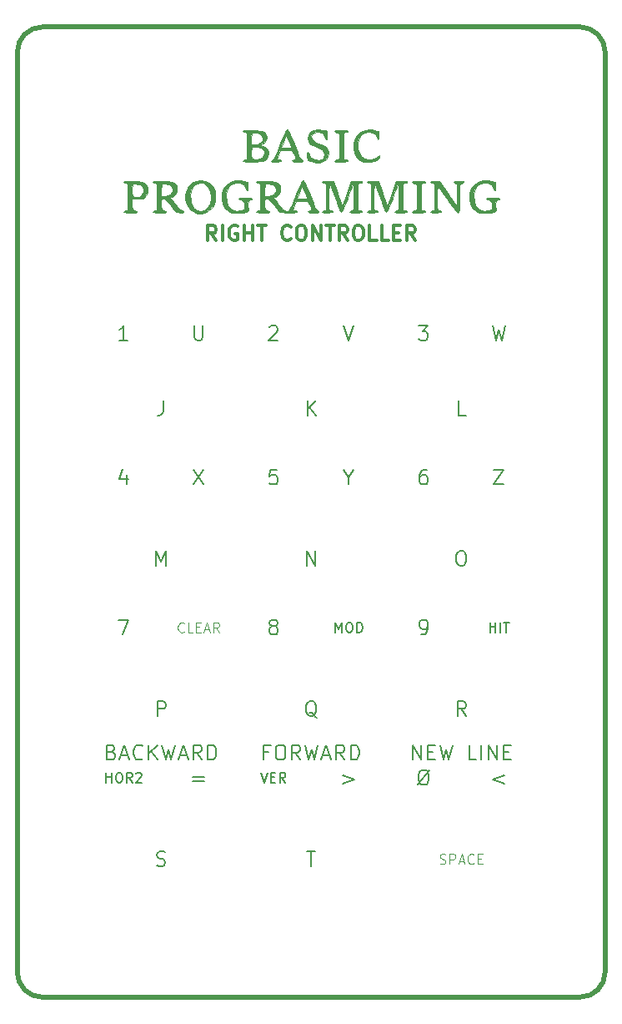
<source format=gto>
%TF.GenerationSoftware,KiCad,Pcbnew,(5.1.8)-1*%
%TF.CreationDate,2021-03-12T15:10:12+01:00*%
%TF.ProjectId,A2600 Faceplate Basic,41323630-3020-4466-9163-65706c617465,rev?*%
%TF.SameCoordinates,Original*%
%TF.FileFunction,Legend,Top*%
%TF.FilePolarity,Positive*%
%FSLAX46Y46*%
G04 Gerber Fmt 4.6, Leading zero omitted, Abs format (unit mm)*
G04 Created by KiCad (PCBNEW (5.1.8)-1) date 2021-03-12 15:10:12*
%MOMM*%
%LPD*%
G01*
G04 APERTURE LIST*
%ADD10C,0.150000*%
%ADD11C,0.100000*%
%ADD12C,0.300000*%
%ADD13C,0.500000*%
%ADD14C,0.010000*%
G04 APERTURE END LIST*
D10*
X162675714Y-114978571D02*
X162675714Y-113478571D01*
X163532857Y-114978571D01*
X163532857Y-113478571D01*
X164247142Y-114192857D02*
X164747142Y-114192857D01*
X164961428Y-114978571D02*
X164247142Y-114978571D01*
X164247142Y-113478571D01*
X164961428Y-113478571D01*
X165461428Y-113478571D02*
X165818571Y-114978571D01*
X166104285Y-113907142D01*
X166390000Y-114978571D01*
X166747142Y-113478571D01*
X169175714Y-114978571D02*
X168461428Y-114978571D01*
X168461428Y-113478571D01*
X169675714Y-114978571D02*
X169675714Y-113478571D01*
X170390000Y-114978571D02*
X170390000Y-113478571D01*
X171247142Y-114978571D01*
X171247142Y-113478571D01*
X171961428Y-114192857D02*
X172461428Y-114192857D01*
X172675714Y-114978571D02*
X171961428Y-114978571D01*
X171961428Y-113478571D01*
X172675714Y-113478571D01*
X148078571Y-114192857D02*
X147578571Y-114192857D01*
X147578571Y-114978571D02*
X147578571Y-113478571D01*
X148292857Y-113478571D01*
X149150000Y-113478571D02*
X149435714Y-113478571D01*
X149578571Y-113550000D01*
X149721428Y-113692857D01*
X149792857Y-113978571D01*
X149792857Y-114478571D01*
X149721428Y-114764285D01*
X149578571Y-114907142D01*
X149435714Y-114978571D01*
X149150000Y-114978571D01*
X149007142Y-114907142D01*
X148864285Y-114764285D01*
X148792857Y-114478571D01*
X148792857Y-113978571D01*
X148864285Y-113692857D01*
X149007142Y-113550000D01*
X149150000Y-113478571D01*
X151292857Y-114978571D02*
X150792857Y-114264285D01*
X150435714Y-114978571D02*
X150435714Y-113478571D01*
X151007142Y-113478571D01*
X151150000Y-113550000D01*
X151221428Y-113621428D01*
X151292857Y-113764285D01*
X151292857Y-113978571D01*
X151221428Y-114121428D01*
X151150000Y-114192857D01*
X151007142Y-114264285D01*
X150435714Y-114264285D01*
X151792857Y-113478571D02*
X152150000Y-114978571D01*
X152435714Y-113907142D01*
X152721428Y-114978571D01*
X153078571Y-113478571D01*
X153578571Y-114550000D02*
X154292857Y-114550000D01*
X153435714Y-114978571D02*
X153935714Y-113478571D01*
X154435714Y-114978571D01*
X155792857Y-114978571D02*
X155292857Y-114264285D01*
X154935714Y-114978571D02*
X154935714Y-113478571D01*
X155507142Y-113478571D01*
X155650000Y-113550000D01*
X155721428Y-113621428D01*
X155792857Y-113764285D01*
X155792857Y-113978571D01*
X155721428Y-114121428D01*
X155650000Y-114192857D01*
X155507142Y-114264285D01*
X154935714Y-114264285D01*
X156435714Y-114978571D02*
X156435714Y-113478571D01*
X156792857Y-113478571D01*
X157007142Y-113550000D01*
X157150000Y-113692857D01*
X157221428Y-113835714D01*
X157292857Y-114121428D01*
X157292857Y-114335714D01*
X157221428Y-114621428D01*
X157150000Y-114764285D01*
X157007142Y-114907142D01*
X156792857Y-114978571D01*
X156435714Y-114978571D01*
X132124285Y-114192857D02*
X132338571Y-114264285D01*
X132410000Y-114335714D01*
X132481428Y-114478571D01*
X132481428Y-114692857D01*
X132410000Y-114835714D01*
X132338571Y-114907142D01*
X132195714Y-114978571D01*
X131624285Y-114978571D01*
X131624285Y-113478571D01*
X132124285Y-113478571D01*
X132267142Y-113550000D01*
X132338571Y-113621428D01*
X132410000Y-113764285D01*
X132410000Y-113907142D01*
X132338571Y-114050000D01*
X132267142Y-114121428D01*
X132124285Y-114192857D01*
X131624285Y-114192857D01*
X133052857Y-114550000D02*
X133767142Y-114550000D01*
X132910000Y-114978571D02*
X133410000Y-113478571D01*
X133910000Y-114978571D01*
X135267142Y-114835714D02*
X135195714Y-114907142D01*
X134981428Y-114978571D01*
X134838571Y-114978571D01*
X134624285Y-114907142D01*
X134481428Y-114764285D01*
X134410000Y-114621428D01*
X134338571Y-114335714D01*
X134338571Y-114121428D01*
X134410000Y-113835714D01*
X134481428Y-113692857D01*
X134624285Y-113550000D01*
X134838571Y-113478571D01*
X134981428Y-113478571D01*
X135195714Y-113550000D01*
X135267142Y-113621428D01*
X135910000Y-114978571D02*
X135910000Y-113478571D01*
X136767142Y-114978571D02*
X136124285Y-114121428D01*
X136767142Y-113478571D02*
X135910000Y-114335714D01*
X137267142Y-113478571D02*
X137624285Y-114978571D01*
X137910000Y-113907142D01*
X138195714Y-114978571D01*
X138552857Y-113478571D01*
X139052857Y-114550000D02*
X139767142Y-114550000D01*
X138910000Y-114978571D02*
X139410000Y-113478571D01*
X139910000Y-114978571D01*
X141267142Y-114978571D02*
X140767142Y-114264285D01*
X140410000Y-114978571D02*
X140410000Y-113478571D01*
X140981428Y-113478571D01*
X141124285Y-113550000D01*
X141195714Y-113621428D01*
X141267142Y-113764285D01*
X141267142Y-113978571D01*
X141195714Y-114121428D01*
X141124285Y-114192857D01*
X140981428Y-114264285D01*
X140410000Y-114264285D01*
X141910000Y-114978571D02*
X141910000Y-113478571D01*
X142267142Y-113478571D01*
X142481428Y-113550000D01*
X142624285Y-113692857D01*
X142695714Y-113835714D01*
X142767142Y-114121428D01*
X142767142Y-114335714D01*
X142695714Y-114621428D01*
X142624285Y-114764285D01*
X142481428Y-114907142D01*
X142267142Y-114978571D01*
X141910000Y-114978571D01*
X172021428Y-116518571D02*
X170878571Y-116947142D01*
X172021428Y-117375714D01*
X164401428Y-116018571D02*
X163258571Y-117518571D01*
X163687142Y-117518571D02*
X163544285Y-117447142D01*
X163401428Y-117304285D01*
X163330000Y-117018571D01*
X163330000Y-116518571D01*
X163401428Y-116232857D01*
X163544285Y-116090000D01*
X163687142Y-116018571D01*
X163972857Y-116018571D01*
X164115714Y-116090000D01*
X164258571Y-116232857D01*
X164330000Y-116518571D01*
X164330000Y-117018571D01*
X164258571Y-117304285D01*
X164115714Y-117447142D01*
X163972857Y-117518571D01*
X163687142Y-117518571D01*
X155638571Y-116518571D02*
X156781428Y-116947142D01*
X155638571Y-117375714D01*
X147304285Y-116292380D02*
X147637619Y-117292380D01*
X147970952Y-116292380D01*
X148304285Y-116768571D02*
X148637619Y-116768571D01*
X148780476Y-117292380D02*
X148304285Y-117292380D01*
X148304285Y-116292380D01*
X148780476Y-116292380D01*
X149780476Y-117292380D02*
X149447142Y-116816190D01*
X149209047Y-117292380D02*
X149209047Y-116292380D01*
X149590000Y-116292380D01*
X149685238Y-116340000D01*
X149732857Y-116387619D01*
X149780476Y-116482857D01*
X149780476Y-116625714D01*
X149732857Y-116720952D01*
X149685238Y-116768571D01*
X149590000Y-116816190D01*
X149209047Y-116816190D01*
X131564285Y-117292380D02*
X131564285Y-116292380D01*
X131564285Y-116768571D02*
X132135714Y-116768571D01*
X132135714Y-117292380D02*
X132135714Y-116292380D01*
X132802380Y-116292380D02*
X132992857Y-116292380D01*
X133088095Y-116340000D01*
X133183333Y-116435238D01*
X133230952Y-116625714D01*
X133230952Y-116959047D01*
X133183333Y-117149523D01*
X133088095Y-117244761D01*
X132992857Y-117292380D01*
X132802380Y-117292380D01*
X132707142Y-117244761D01*
X132611904Y-117149523D01*
X132564285Y-116959047D01*
X132564285Y-116625714D01*
X132611904Y-116435238D01*
X132707142Y-116340000D01*
X132802380Y-116292380D01*
X134230952Y-117292380D02*
X133897619Y-116816190D01*
X133659523Y-117292380D02*
X133659523Y-116292380D01*
X134040476Y-116292380D01*
X134135714Y-116340000D01*
X134183333Y-116387619D01*
X134230952Y-116482857D01*
X134230952Y-116625714D01*
X134183333Y-116720952D01*
X134135714Y-116768571D01*
X134040476Y-116816190D01*
X133659523Y-116816190D01*
X134611904Y-116387619D02*
X134659523Y-116340000D01*
X134754761Y-116292380D01*
X134992857Y-116292380D01*
X135088095Y-116340000D01*
X135135714Y-116387619D01*
X135183333Y-116482857D01*
X135183333Y-116578095D01*
X135135714Y-116720952D01*
X134564285Y-117292380D01*
X135183333Y-117292380D01*
X140398571Y-116732857D02*
X141541428Y-116732857D01*
X141541428Y-117161428D02*
X140398571Y-117161428D01*
X163330000Y-70933571D02*
X164258571Y-70933571D01*
X163758571Y-71505000D01*
X163972857Y-71505000D01*
X164115714Y-71576428D01*
X164187142Y-71647857D01*
X164258571Y-71790714D01*
X164258571Y-72147857D01*
X164187142Y-72290714D01*
X164115714Y-72362142D01*
X163972857Y-72433571D01*
X163544285Y-72433571D01*
X163401428Y-72362142D01*
X163330000Y-72290714D01*
X164115714Y-85538571D02*
X163830000Y-85538571D01*
X163687142Y-85610000D01*
X163615714Y-85681428D01*
X163472857Y-85895714D01*
X163401428Y-86181428D01*
X163401428Y-86752857D01*
X163472857Y-86895714D01*
X163544285Y-86967142D01*
X163687142Y-87038571D01*
X163972857Y-87038571D01*
X164115714Y-86967142D01*
X164187142Y-86895714D01*
X164258571Y-86752857D01*
X164258571Y-86395714D01*
X164187142Y-86252857D01*
X164115714Y-86181428D01*
X163972857Y-86110000D01*
X163687142Y-86110000D01*
X163544285Y-86181428D01*
X163472857Y-86252857D01*
X163401428Y-86395714D01*
X148947142Y-85538571D02*
X148232857Y-85538571D01*
X148161428Y-86252857D01*
X148232857Y-86181428D01*
X148375714Y-86110000D01*
X148732857Y-86110000D01*
X148875714Y-86181428D01*
X148947142Y-86252857D01*
X149018571Y-86395714D01*
X149018571Y-86752857D01*
X148947142Y-86895714D01*
X148875714Y-86967142D01*
X148732857Y-87038571D01*
X148375714Y-87038571D01*
X148232857Y-86967142D01*
X148161428Y-86895714D01*
X148161428Y-71076428D02*
X148232857Y-71005000D01*
X148375714Y-70933571D01*
X148732857Y-70933571D01*
X148875714Y-71005000D01*
X148947142Y-71076428D01*
X149018571Y-71219285D01*
X149018571Y-71362142D01*
X148947142Y-71576428D01*
X148090000Y-72433571D01*
X149018571Y-72433571D01*
X133778571Y-72433571D02*
X132921428Y-72433571D01*
X133350000Y-72433571D02*
X133350000Y-70933571D01*
X133207142Y-71147857D01*
X133064285Y-71290714D01*
X132921428Y-71362142D01*
X133635714Y-86038571D02*
X133635714Y-87038571D01*
X133278571Y-85467142D02*
X132921428Y-86538571D01*
X133850000Y-86538571D01*
X132850000Y-100778571D02*
X133850000Y-100778571D01*
X133207142Y-102278571D01*
X148447142Y-101421428D02*
X148304285Y-101350000D01*
X148232857Y-101278571D01*
X148161428Y-101135714D01*
X148161428Y-101064285D01*
X148232857Y-100921428D01*
X148304285Y-100850000D01*
X148447142Y-100778571D01*
X148732857Y-100778571D01*
X148875714Y-100850000D01*
X148947142Y-100921428D01*
X149018571Y-101064285D01*
X149018571Y-101135714D01*
X148947142Y-101278571D01*
X148875714Y-101350000D01*
X148732857Y-101421428D01*
X148447142Y-101421428D01*
X148304285Y-101492857D01*
X148232857Y-101564285D01*
X148161428Y-101707142D01*
X148161428Y-101992857D01*
X148232857Y-102135714D01*
X148304285Y-102207142D01*
X148447142Y-102278571D01*
X148732857Y-102278571D01*
X148875714Y-102207142D01*
X148947142Y-102135714D01*
X149018571Y-101992857D01*
X149018571Y-101707142D01*
X148947142Y-101564285D01*
X148875714Y-101492857D01*
X148732857Y-101421428D01*
X163544285Y-102278571D02*
X163830000Y-102278571D01*
X163972857Y-102207142D01*
X164044285Y-102135714D01*
X164187142Y-101921428D01*
X164258571Y-101635714D01*
X164258571Y-101064285D01*
X164187142Y-100921428D01*
X164115714Y-100850000D01*
X163972857Y-100778571D01*
X163687142Y-100778571D01*
X163544285Y-100850000D01*
X163472857Y-100921428D01*
X163401428Y-101064285D01*
X163401428Y-101421428D01*
X163472857Y-101564285D01*
X163544285Y-101635714D01*
X163687142Y-101707142D01*
X163972857Y-101707142D01*
X164115714Y-101635714D01*
X164187142Y-101564285D01*
X164258571Y-101421428D01*
X170545238Y-102052380D02*
X170545238Y-101052380D01*
X170545238Y-101528571D02*
X171116666Y-101528571D01*
X171116666Y-102052380D02*
X171116666Y-101052380D01*
X171592857Y-102052380D02*
X171592857Y-101052380D01*
X171926190Y-101052380D02*
X172497619Y-101052380D01*
X172211904Y-102052380D02*
X172211904Y-101052380D01*
X154852857Y-102052380D02*
X154852857Y-101052380D01*
X155186190Y-101766666D01*
X155519523Y-101052380D01*
X155519523Y-102052380D01*
X156186190Y-101052380D02*
X156376666Y-101052380D01*
X156471904Y-101100000D01*
X156567142Y-101195238D01*
X156614761Y-101385714D01*
X156614761Y-101719047D01*
X156567142Y-101909523D01*
X156471904Y-102004761D01*
X156376666Y-102052380D01*
X156186190Y-102052380D01*
X156090952Y-102004761D01*
X155995714Y-101909523D01*
X155948095Y-101719047D01*
X155948095Y-101385714D01*
X155995714Y-101195238D01*
X156090952Y-101100000D01*
X156186190Y-101052380D01*
X157043333Y-102052380D02*
X157043333Y-101052380D01*
X157281428Y-101052380D01*
X157424285Y-101100000D01*
X157519523Y-101195238D01*
X157567142Y-101290476D01*
X157614761Y-101480952D01*
X157614761Y-101623809D01*
X157567142Y-101814285D01*
X157519523Y-101909523D01*
X157424285Y-102004761D01*
X157281428Y-102052380D01*
X157043333Y-102052380D01*
D11*
X139493809Y-101957142D02*
X139446190Y-102004761D01*
X139303333Y-102052380D01*
X139208095Y-102052380D01*
X139065238Y-102004761D01*
X138970000Y-101909523D01*
X138922380Y-101814285D01*
X138874761Y-101623809D01*
X138874761Y-101480952D01*
X138922380Y-101290476D01*
X138970000Y-101195238D01*
X139065238Y-101100000D01*
X139208095Y-101052380D01*
X139303333Y-101052380D01*
X139446190Y-101100000D01*
X139493809Y-101147619D01*
X140398571Y-102052380D02*
X139922380Y-102052380D01*
X139922380Y-101052380D01*
X140731904Y-101528571D02*
X141065238Y-101528571D01*
X141208095Y-102052380D02*
X140731904Y-102052380D01*
X140731904Y-101052380D01*
X141208095Y-101052380D01*
X141589047Y-101766666D02*
X142065238Y-101766666D01*
X141493809Y-102052380D02*
X141827142Y-101052380D01*
X142160476Y-102052380D01*
X143065238Y-102052380D02*
X142731904Y-101576190D01*
X142493809Y-102052380D02*
X142493809Y-101052380D01*
X142874761Y-101052380D01*
X142970000Y-101100000D01*
X143017619Y-101147619D01*
X143065238Y-101242857D01*
X143065238Y-101385714D01*
X143017619Y-101480952D01*
X142970000Y-101528571D01*
X142874761Y-101576190D01*
X142493809Y-101576190D01*
D10*
X140470000Y-85538571D02*
X141470000Y-87038571D01*
X141470000Y-85538571D02*
X140470000Y-87038571D01*
X156210000Y-86324285D02*
X156210000Y-87038571D01*
X155710000Y-85538571D02*
X156210000Y-86324285D01*
X156710000Y-85538571D01*
X170950000Y-85538571D02*
X171950000Y-85538571D01*
X170950000Y-87038571D01*
X171950000Y-87038571D01*
X170807142Y-70933571D02*
X171164285Y-72433571D01*
X171450000Y-71362142D01*
X171735714Y-72433571D01*
X172092857Y-70933571D01*
X155710000Y-70933571D02*
X156210000Y-72433571D01*
X156710000Y-70933571D01*
X140541428Y-70933571D02*
X140541428Y-72147857D01*
X140612857Y-72290714D01*
X140684285Y-72362142D01*
X140827142Y-72433571D01*
X141112857Y-72433571D01*
X141255714Y-72362142D01*
X141327142Y-72290714D01*
X141398571Y-72147857D01*
X141398571Y-70933571D01*
D11*
X165473333Y-125499761D02*
X165616190Y-125547380D01*
X165854285Y-125547380D01*
X165949523Y-125499761D01*
X165997142Y-125452142D01*
X166044761Y-125356904D01*
X166044761Y-125261666D01*
X165997142Y-125166428D01*
X165949523Y-125118809D01*
X165854285Y-125071190D01*
X165663809Y-125023571D01*
X165568571Y-124975952D01*
X165520952Y-124928333D01*
X165473333Y-124833095D01*
X165473333Y-124737857D01*
X165520952Y-124642619D01*
X165568571Y-124595000D01*
X165663809Y-124547380D01*
X165901904Y-124547380D01*
X166044761Y-124595000D01*
X166473333Y-125547380D02*
X166473333Y-124547380D01*
X166854285Y-124547380D01*
X166949523Y-124595000D01*
X166997142Y-124642619D01*
X167044761Y-124737857D01*
X167044761Y-124880714D01*
X166997142Y-124975952D01*
X166949523Y-125023571D01*
X166854285Y-125071190D01*
X166473333Y-125071190D01*
X167425714Y-125261666D02*
X167901904Y-125261666D01*
X167330476Y-125547380D02*
X167663809Y-124547380D01*
X167997142Y-125547380D01*
X168901904Y-125452142D02*
X168854285Y-125499761D01*
X168711428Y-125547380D01*
X168616190Y-125547380D01*
X168473333Y-125499761D01*
X168378095Y-125404523D01*
X168330476Y-125309285D01*
X168282857Y-125118809D01*
X168282857Y-124975952D01*
X168330476Y-124785476D01*
X168378095Y-124690238D01*
X168473333Y-124595000D01*
X168616190Y-124547380D01*
X168711428Y-124547380D01*
X168854285Y-124595000D01*
X168901904Y-124642619D01*
X169330476Y-125023571D02*
X169663809Y-125023571D01*
X169806666Y-125547380D02*
X169330476Y-125547380D01*
X169330476Y-124547380D01*
X169806666Y-124547380D01*
D10*
X151971428Y-124273571D02*
X152828571Y-124273571D01*
X152400000Y-125773571D02*
X152400000Y-124273571D01*
X136731428Y-125702142D02*
X136945714Y-125773571D01*
X137302857Y-125773571D01*
X137445714Y-125702142D01*
X137517142Y-125630714D01*
X137588571Y-125487857D01*
X137588571Y-125345000D01*
X137517142Y-125202142D01*
X137445714Y-125130714D01*
X137302857Y-125059285D01*
X137017142Y-124987857D01*
X136874285Y-124916428D01*
X136802857Y-124845000D01*
X136731428Y-124702142D01*
X136731428Y-124559285D01*
X136802857Y-124416428D01*
X136874285Y-124345000D01*
X137017142Y-124273571D01*
X137374285Y-124273571D01*
X137588571Y-124345000D01*
X168104285Y-110533571D02*
X167604285Y-109819285D01*
X167247142Y-110533571D02*
X167247142Y-109033571D01*
X167818571Y-109033571D01*
X167961428Y-109105000D01*
X168032857Y-109176428D01*
X168104285Y-109319285D01*
X168104285Y-109533571D01*
X168032857Y-109676428D01*
X167961428Y-109747857D01*
X167818571Y-109819285D01*
X167247142Y-109819285D01*
X152971428Y-110676428D02*
X152828571Y-110605000D01*
X152685714Y-110462142D01*
X152471428Y-110247857D01*
X152328571Y-110176428D01*
X152185714Y-110176428D01*
X152257142Y-110533571D02*
X152114285Y-110462142D01*
X151971428Y-110319285D01*
X151900000Y-110033571D01*
X151900000Y-109533571D01*
X151971428Y-109247857D01*
X152114285Y-109105000D01*
X152257142Y-109033571D01*
X152542857Y-109033571D01*
X152685714Y-109105000D01*
X152828571Y-109247857D01*
X152900000Y-109533571D01*
X152900000Y-110033571D01*
X152828571Y-110319285D01*
X152685714Y-110462142D01*
X152542857Y-110533571D01*
X152257142Y-110533571D01*
X136767142Y-110533571D02*
X136767142Y-109033571D01*
X137338571Y-109033571D01*
X137481428Y-109105000D01*
X137552857Y-109176428D01*
X137624285Y-109319285D01*
X137624285Y-109533571D01*
X137552857Y-109676428D01*
X137481428Y-109747857D01*
X137338571Y-109819285D01*
X136767142Y-109819285D01*
X136660000Y-95293571D02*
X136660000Y-93793571D01*
X137160000Y-94865000D01*
X137660000Y-93793571D01*
X137660000Y-95293571D01*
X151971428Y-95293571D02*
X151971428Y-93793571D01*
X152828571Y-95293571D01*
X152828571Y-93793571D01*
X167497142Y-93793571D02*
X167782857Y-93793571D01*
X167925714Y-93865000D01*
X168068571Y-94007857D01*
X168140000Y-94293571D01*
X168140000Y-94793571D01*
X168068571Y-95079285D01*
X167925714Y-95222142D01*
X167782857Y-95293571D01*
X167497142Y-95293571D01*
X167354285Y-95222142D01*
X167211428Y-95079285D01*
X167140000Y-94793571D01*
X167140000Y-94293571D01*
X167211428Y-94007857D01*
X167354285Y-93865000D01*
X167497142Y-93793571D01*
X168104285Y-80053571D02*
X167390000Y-80053571D01*
X167390000Y-78553571D01*
X152007142Y-80053571D02*
X152007142Y-78553571D01*
X152864285Y-80053571D02*
X152221428Y-79196428D01*
X152864285Y-78553571D02*
X152007142Y-79410714D01*
X137374285Y-78553571D02*
X137374285Y-79625000D01*
X137302857Y-79839285D01*
X137160000Y-79982142D01*
X136945714Y-80053571D01*
X136802857Y-80053571D01*
D12*
X142757142Y-62273571D02*
X142257142Y-61559285D01*
X141900000Y-62273571D02*
X141900000Y-60773571D01*
X142471428Y-60773571D01*
X142614285Y-60845000D01*
X142685714Y-60916428D01*
X142757142Y-61059285D01*
X142757142Y-61273571D01*
X142685714Y-61416428D01*
X142614285Y-61487857D01*
X142471428Y-61559285D01*
X141900000Y-61559285D01*
X143400000Y-62273571D02*
X143400000Y-60773571D01*
X144900000Y-60845000D02*
X144757142Y-60773571D01*
X144542857Y-60773571D01*
X144328571Y-60845000D01*
X144185714Y-60987857D01*
X144114285Y-61130714D01*
X144042857Y-61416428D01*
X144042857Y-61630714D01*
X144114285Y-61916428D01*
X144185714Y-62059285D01*
X144328571Y-62202142D01*
X144542857Y-62273571D01*
X144685714Y-62273571D01*
X144900000Y-62202142D01*
X144971428Y-62130714D01*
X144971428Y-61630714D01*
X144685714Y-61630714D01*
X145614285Y-62273571D02*
X145614285Y-60773571D01*
X145614285Y-61487857D02*
X146471428Y-61487857D01*
X146471428Y-62273571D02*
X146471428Y-60773571D01*
X146971428Y-60773571D02*
X147828571Y-60773571D01*
X147400000Y-62273571D02*
X147400000Y-60773571D01*
X150328571Y-62130714D02*
X150257142Y-62202142D01*
X150042857Y-62273571D01*
X149900000Y-62273571D01*
X149685714Y-62202142D01*
X149542857Y-62059285D01*
X149471428Y-61916428D01*
X149400000Y-61630714D01*
X149400000Y-61416428D01*
X149471428Y-61130714D01*
X149542857Y-60987857D01*
X149685714Y-60845000D01*
X149900000Y-60773571D01*
X150042857Y-60773571D01*
X150257142Y-60845000D01*
X150328571Y-60916428D01*
X151257142Y-60773571D02*
X151542857Y-60773571D01*
X151685714Y-60845000D01*
X151828571Y-60987857D01*
X151900000Y-61273571D01*
X151900000Y-61773571D01*
X151828571Y-62059285D01*
X151685714Y-62202142D01*
X151542857Y-62273571D01*
X151257142Y-62273571D01*
X151114285Y-62202142D01*
X150971428Y-62059285D01*
X150900000Y-61773571D01*
X150900000Y-61273571D01*
X150971428Y-60987857D01*
X151114285Y-60845000D01*
X151257142Y-60773571D01*
X152542857Y-62273571D02*
X152542857Y-60773571D01*
X153400000Y-62273571D01*
X153400000Y-60773571D01*
X153900000Y-60773571D02*
X154757142Y-60773571D01*
X154328571Y-62273571D02*
X154328571Y-60773571D01*
X156114285Y-62273571D02*
X155614285Y-61559285D01*
X155257142Y-62273571D02*
X155257142Y-60773571D01*
X155828571Y-60773571D01*
X155971428Y-60845000D01*
X156042857Y-60916428D01*
X156114285Y-61059285D01*
X156114285Y-61273571D01*
X156042857Y-61416428D01*
X155971428Y-61487857D01*
X155828571Y-61559285D01*
X155257142Y-61559285D01*
X157042857Y-60773571D02*
X157328571Y-60773571D01*
X157471428Y-60845000D01*
X157614285Y-60987857D01*
X157685714Y-61273571D01*
X157685714Y-61773571D01*
X157614285Y-62059285D01*
X157471428Y-62202142D01*
X157328571Y-62273571D01*
X157042857Y-62273571D01*
X156900000Y-62202142D01*
X156757142Y-62059285D01*
X156685714Y-61773571D01*
X156685714Y-61273571D01*
X156757142Y-60987857D01*
X156900000Y-60845000D01*
X157042857Y-60773571D01*
X159042857Y-62273571D02*
X158328571Y-62273571D01*
X158328571Y-60773571D01*
X160257142Y-62273571D02*
X159542857Y-62273571D01*
X159542857Y-60773571D01*
X160757142Y-61487857D02*
X161257142Y-61487857D01*
X161471428Y-62273571D02*
X160757142Y-62273571D01*
X160757142Y-60773571D01*
X161471428Y-60773571D01*
X162971428Y-62273571D02*
X162471428Y-61559285D01*
X162114285Y-62273571D02*
X162114285Y-60773571D01*
X162685714Y-60773571D01*
X162828571Y-60845000D01*
X162900000Y-60916428D01*
X162971428Y-61059285D01*
X162971428Y-61273571D01*
X162900000Y-61416428D01*
X162828571Y-61487857D01*
X162685714Y-61559285D01*
X162114285Y-61559285D01*
D13*
X122555000Y-136525000D02*
X122555000Y-43180000D01*
X179705000Y-139065000D02*
X125095000Y-139065000D01*
X182245000Y-43180000D02*
X182245000Y-136525000D01*
X125095000Y-40640000D02*
X179705000Y-40640000D01*
X125095000Y-139065000D02*
G75*
G02*
X122555000Y-136525000I0J2540000D01*
G01*
X182245000Y-136525000D02*
G75*
G02*
X179705000Y-139065000I-2540000J0D01*
G01*
X179705000Y-40640000D02*
G75*
G02*
X182245000Y-43180000I0J-2540000D01*
G01*
X122555000Y-43180000D02*
G75*
G02*
X125095000Y-40640000I2540000J0D01*
G01*
D14*
%TO.C,G\u002A\u002A\u002A*%
G36*
X155800621Y-51109390D02*
G01*
X156032201Y-51144639D01*
X156130240Y-51196195D01*
X156082241Y-51258173D01*
X155913667Y-51315565D01*
X155702000Y-51368690D01*
X155702000Y-54041309D01*
X155913667Y-54094434D01*
X156097846Y-54160678D01*
X156125191Y-54221582D01*
X156008202Y-54271260D01*
X155759377Y-54303828D01*
X155448000Y-54313667D01*
X155133453Y-54306057D01*
X154896588Y-54285835D01*
X154777468Y-54256911D01*
X154770667Y-54247562D01*
X154841174Y-54175355D01*
X155012137Y-54090393D01*
X155024667Y-54085583D01*
X155278667Y-53989709D01*
X155278667Y-51426191D01*
X155024667Y-51337646D01*
X154823450Y-51247540D01*
X154787793Y-51176953D01*
X154914869Y-51127496D01*
X155201855Y-51100779D01*
X155448000Y-51096333D01*
X155800621Y-51109390D01*
G37*
X155800621Y-51109390D02*
X156032201Y-51144639D01*
X156130240Y-51196195D01*
X156082241Y-51258173D01*
X155913667Y-51315565D01*
X155702000Y-51368690D01*
X155702000Y-54041309D01*
X155913667Y-54094434D01*
X156097846Y-54160678D01*
X156125191Y-54221582D01*
X156008202Y-54271260D01*
X155759377Y-54303828D01*
X155448000Y-54313667D01*
X155133453Y-54306057D01*
X154896588Y-54285835D01*
X154777468Y-54256911D01*
X154770667Y-54247562D01*
X154841174Y-54175355D01*
X155012137Y-54090393D01*
X155024667Y-54085583D01*
X155278667Y-53989709D01*
X155278667Y-51426191D01*
X155024667Y-51337646D01*
X154823450Y-51247540D01*
X154787793Y-51176953D01*
X154914869Y-51127496D01*
X155201855Y-51100779D01*
X155448000Y-51096333D01*
X155800621Y-51109390D01*
G36*
X150048659Y-51086469D02*
G01*
X150157244Y-51292820D01*
X150301943Y-51603640D01*
X150471190Y-51991845D01*
X150653421Y-52430356D01*
X150837070Y-52892089D01*
X151010572Y-53349962D01*
X151136493Y-53701620D01*
X151247690Y-53917137D01*
X151385771Y-54060398D01*
X151392906Y-54064433D01*
X151536646Y-54171866D01*
X151515773Y-54250271D01*
X151332765Y-54298061D01*
X151003000Y-54313667D01*
X150689321Y-54298286D01*
X150501211Y-54257021D01*
X150451841Y-54197190D01*
X150554380Y-54126109D01*
X150622000Y-54102000D01*
X150736335Y-54052907D01*
X150779101Y-53974877D01*
X150750391Y-53828813D01*
X150650299Y-53575621D01*
X150623407Y-53512615D01*
X150455480Y-53120858D01*
X149852622Y-53145762D01*
X149249763Y-53170667D01*
X149089284Y-53594000D01*
X149000072Y-53831340D01*
X148941775Y-53990280D01*
X148928736Y-54029321D01*
X148999575Y-54056047D01*
X149140334Y-54094434D01*
X149319560Y-54162308D01*
X149343565Y-54227807D01*
X149226276Y-54280627D01*
X148981620Y-54310466D01*
X148844000Y-54313667D01*
X148576038Y-54306640D01*
X148391960Y-54288377D01*
X148336000Y-54267272D01*
X148392024Y-54184100D01*
X148528043Y-54045123D01*
X148539631Y-54034439D01*
X148656471Y-53874509D01*
X148807589Y-53590748D01*
X148974539Y-53220242D01*
X149095671Y-52916667D01*
X149112040Y-52874333D01*
X149359589Y-52874333D01*
X149863794Y-52874333D01*
X150130581Y-52871104D01*
X150313232Y-52862718D01*
X150367689Y-52853167D01*
X150336606Y-52732550D01*
X150258108Y-52524083D01*
X150151579Y-52271067D01*
X150036401Y-52016801D01*
X149931958Y-51804586D01*
X149857633Y-51677722D01*
X149834421Y-51661890D01*
X149782830Y-51774668D01*
X149691755Y-51999087D01*
X149580322Y-52287925D01*
X149573384Y-52306332D01*
X149359589Y-52874333D01*
X149112040Y-52874333D01*
X149355821Y-52243868D01*
X149569247Y-51725174D01*
X149739506Y-51352992D01*
X149870152Y-51119728D01*
X149964742Y-51017791D01*
X149987753Y-51011667D01*
X150048659Y-51086469D01*
G37*
X150048659Y-51086469D02*
X150157244Y-51292820D01*
X150301943Y-51603640D01*
X150471190Y-51991845D01*
X150653421Y-52430356D01*
X150837070Y-52892089D01*
X151010572Y-53349962D01*
X151136493Y-53701620D01*
X151247690Y-53917137D01*
X151385771Y-54060398D01*
X151392906Y-54064433D01*
X151536646Y-54171866D01*
X151515773Y-54250271D01*
X151332765Y-54298061D01*
X151003000Y-54313667D01*
X150689321Y-54298286D01*
X150501211Y-54257021D01*
X150451841Y-54197190D01*
X150554380Y-54126109D01*
X150622000Y-54102000D01*
X150736335Y-54052907D01*
X150779101Y-53974877D01*
X150750391Y-53828813D01*
X150650299Y-53575621D01*
X150623407Y-53512615D01*
X150455480Y-53120858D01*
X149852622Y-53145762D01*
X149249763Y-53170667D01*
X149089284Y-53594000D01*
X149000072Y-53831340D01*
X148941775Y-53990280D01*
X148928736Y-54029321D01*
X148999575Y-54056047D01*
X149140334Y-54094434D01*
X149319560Y-54162308D01*
X149343565Y-54227807D01*
X149226276Y-54280627D01*
X148981620Y-54310466D01*
X148844000Y-54313667D01*
X148576038Y-54306640D01*
X148391960Y-54288377D01*
X148336000Y-54267272D01*
X148392024Y-54184100D01*
X148528043Y-54045123D01*
X148539631Y-54034439D01*
X148656471Y-53874509D01*
X148807589Y-53590748D01*
X148974539Y-53220242D01*
X149095671Y-52916667D01*
X149112040Y-52874333D01*
X149359589Y-52874333D01*
X149863794Y-52874333D01*
X150130581Y-52871104D01*
X150313232Y-52862718D01*
X150367689Y-52853167D01*
X150336606Y-52732550D01*
X150258108Y-52524083D01*
X150151579Y-52271067D01*
X150036401Y-52016801D01*
X149931958Y-51804586D01*
X149857633Y-51677722D01*
X149834421Y-51661890D01*
X149782830Y-51774668D01*
X149691755Y-51999087D01*
X149580322Y-52287925D01*
X149573384Y-52306332D01*
X149359589Y-52874333D01*
X149112040Y-52874333D01*
X149355821Y-52243868D01*
X149569247Y-51725174D01*
X149739506Y-51352992D01*
X149870152Y-51119728D01*
X149964742Y-51017791D01*
X149987753Y-51011667D01*
X150048659Y-51086469D01*
G36*
X146393494Y-51103062D02*
G01*
X146761923Y-51130047D01*
X147108192Y-51170002D01*
X147394341Y-51220730D01*
X147582412Y-51280037D01*
X147605295Y-51292982D01*
X147817396Y-51518782D01*
X147897182Y-51799316D01*
X147848667Y-52088873D01*
X147675864Y-52341745D01*
X147502573Y-52462878D01*
X147229563Y-52601757D01*
X147502117Y-52696769D01*
X147827576Y-52851334D01*
X148011178Y-53054799D01*
X148079701Y-53340703D01*
X148082000Y-53423030D01*
X148010611Y-53776808D01*
X147796684Y-54039336D01*
X147440582Y-54210214D01*
X147349350Y-54234051D01*
X147110914Y-54271182D01*
X146795523Y-54295992D01*
X146443045Y-54308551D01*
X146093350Y-54308932D01*
X145786308Y-54297209D01*
X145561787Y-54273452D01*
X145459657Y-54237736D01*
X145457334Y-54230613D01*
X145529173Y-54150362D01*
X145669000Y-54094434D01*
X145880667Y-54041309D01*
X145880667Y-53689230D01*
X146309148Y-53689230D01*
X146335596Y-53909398D01*
X146423257Y-54021184D01*
X146595451Y-54054752D01*
X146869723Y-54040742D01*
X147189979Y-53995107D01*
X147393772Y-53911236D01*
X147503399Y-53809321D01*
X147642286Y-53523397D01*
X147615390Y-53229930D01*
X147505632Y-53042769D01*
X147381364Y-52930187D01*
X147206323Y-52869685D01*
X146927279Y-52845047D01*
X146849465Y-52842890D01*
X146346334Y-52832000D01*
X146320593Y-53330520D01*
X146309148Y-53689230D01*
X145880667Y-53689230D01*
X145880667Y-52535667D01*
X146296263Y-52535667D01*
X146684980Y-52535667D01*
X146979332Y-52508537D01*
X147189287Y-52408369D01*
X147289624Y-52319739D01*
X147437924Y-52127918D01*
X147462503Y-51941581D01*
X147449538Y-51875239D01*
X147339681Y-51610244D01*
X147149089Y-51460049D01*
X146843472Y-51401237D01*
X146750950Y-51398141D01*
X146346334Y-51392667D01*
X146321298Y-51964167D01*
X146296263Y-52535667D01*
X145880667Y-52535667D01*
X145880667Y-51368690D01*
X145669000Y-51315565D01*
X145510327Y-51243886D01*
X145457334Y-51168733D01*
X145534823Y-51121882D01*
X145741985Y-51096784D01*
X146040861Y-51091243D01*
X146393494Y-51103062D01*
G37*
X146393494Y-51103062D02*
X146761923Y-51130047D01*
X147108192Y-51170002D01*
X147394341Y-51220730D01*
X147582412Y-51280037D01*
X147605295Y-51292982D01*
X147817396Y-51518782D01*
X147897182Y-51799316D01*
X147848667Y-52088873D01*
X147675864Y-52341745D01*
X147502573Y-52462878D01*
X147229563Y-52601757D01*
X147502117Y-52696769D01*
X147827576Y-52851334D01*
X148011178Y-53054799D01*
X148079701Y-53340703D01*
X148082000Y-53423030D01*
X148010611Y-53776808D01*
X147796684Y-54039336D01*
X147440582Y-54210214D01*
X147349350Y-54234051D01*
X147110914Y-54271182D01*
X146795523Y-54295992D01*
X146443045Y-54308551D01*
X146093350Y-54308932D01*
X145786308Y-54297209D01*
X145561787Y-54273452D01*
X145459657Y-54237736D01*
X145457334Y-54230613D01*
X145529173Y-54150362D01*
X145669000Y-54094434D01*
X145880667Y-54041309D01*
X145880667Y-53689230D01*
X146309148Y-53689230D01*
X146335596Y-53909398D01*
X146423257Y-54021184D01*
X146595451Y-54054752D01*
X146869723Y-54040742D01*
X147189979Y-53995107D01*
X147393772Y-53911236D01*
X147503399Y-53809321D01*
X147642286Y-53523397D01*
X147615390Y-53229930D01*
X147505632Y-53042769D01*
X147381364Y-52930187D01*
X147206323Y-52869685D01*
X146927279Y-52845047D01*
X146849465Y-52842890D01*
X146346334Y-52832000D01*
X146320593Y-53330520D01*
X146309148Y-53689230D01*
X145880667Y-53689230D01*
X145880667Y-52535667D01*
X146296263Y-52535667D01*
X146684980Y-52535667D01*
X146979332Y-52508537D01*
X147189287Y-52408369D01*
X147289624Y-52319739D01*
X147437924Y-52127918D01*
X147462503Y-51941581D01*
X147449538Y-51875239D01*
X147339681Y-51610244D01*
X147149089Y-51460049D01*
X146843472Y-51401237D01*
X146750950Y-51398141D01*
X146346334Y-51392667D01*
X146321298Y-51964167D01*
X146296263Y-52535667D01*
X145880667Y-52535667D01*
X145880667Y-51368690D01*
X145669000Y-51315565D01*
X145510327Y-51243886D01*
X145457334Y-51168733D01*
X145534823Y-51121882D01*
X145741985Y-51096784D01*
X146040861Y-51091243D01*
X146393494Y-51103062D01*
G36*
X158488315Y-51050002D02*
G01*
X158849068Y-51112113D01*
X159075177Y-51163296D01*
X159197936Y-51226361D01*
X159248640Y-51324122D01*
X159258582Y-51479388D01*
X159258000Y-51611060D01*
X159236729Y-51874808D01*
X159183754Y-52007850D01*
X159115336Y-51998707D01*
X159047736Y-51835899D01*
X159032898Y-51769987D01*
X158901881Y-51517813D01*
X158644462Y-51343834D01*
X158293403Y-51268450D01*
X158225038Y-51266915D01*
X157812443Y-51341292D01*
X157490481Y-51552988D01*
X157268188Y-51890944D01*
X157154599Y-52344102D01*
X157141334Y-52593240D01*
X157160958Y-52933406D01*
X157211682Y-53251107D01*
X157263239Y-53425532D01*
X157478892Y-53739941D01*
X157796707Y-53952277D01*
X158177119Y-54053128D01*
X158580560Y-54033084D01*
X158967464Y-53882735D01*
X159026679Y-53844948D01*
X159220070Y-53718670D01*
X159312342Y-53684792D01*
X159340757Y-53738118D01*
X159342667Y-53800893D01*
X159264641Y-53971544D01*
X159057016Y-54125088D01*
X158759474Y-54248709D01*
X158411693Y-54329591D01*
X158053356Y-54354917D01*
X157744398Y-54317126D01*
X157304348Y-54128162D01*
X156971312Y-53810939D01*
X156751165Y-53373009D01*
X156658137Y-52920859D01*
X156676738Y-52401732D01*
X156829357Y-51935216D01*
X157094594Y-51543186D01*
X157451049Y-51247518D01*
X157877321Y-51070088D01*
X158352012Y-51032771D01*
X158488315Y-51050002D01*
G37*
X158488315Y-51050002D02*
X158849068Y-51112113D01*
X159075177Y-51163296D01*
X159197936Y-51226361D01*
X159248640Y-51324122D01*
X159258582Y-51479388D01*
X159258000Y-51611060D01*
X159236729Y-51874808D01*
X159183754Y-52007850D01*
X159115336Y-51998707D01*
X159047736Y-51835899D01*
X159032898Y-51769987D01*
X158901881Y-51517813D01*
X158644462Y-51343834D01*
X158293403Y-51268450D01*
X158225038Y-51266915D01*
X157812443Y-51341292D01*
X157490481Y-51552988D01*
X157268188Y-51890944D01*
X157154599Y-52344102D01*
X157141334Y-52593240D01*
X157160958Y-52933406D01*
X157211682Y-53251107D01*
X157263239Y-53425532D01*
X157478892Y-53739941D01*
X157796707Y-53952277D01*
X158177119Y-54053128D01*
X158580560Y-54033084D01*
X158967464Y-53882735D01*
X159026679Y-53844948D01*
X159220070Y-53718670D01*
X159312342Y-53684792D01*
X159340757Y-53738118D01*
X159342667Y-53800893D01*
X159264641Y-53971544D01*
X159057016Y-54125088D01*
X158759474Y-54248709D01*
X158411693Y-54329591D01*
X158053356Y-54354917D01*
X157744398Y-54317126D01*
X157304348Y-54128162D01*
X156971312Y-53810939D01*
X156751165Y-53373009D01*
X156658137Y-52920859D01*
X156676738Y-52401732D01*
X156829357Y-51935216D01*
X157094594Y-51543186D01*
X157451049Y-51247518D01*
X157877321Y-51070088D01*
X158352012Y-51032771D01*
X158488315Y-51050002D01*
G36*
X153551028Y-51075990D02*
G01*
X153860500Y-51148886D01*
X153953465Y-51216575D01*
X153998457Y-51375699D01*
X154008667Y-51617094D01*
X153994340Y-51884048D01*
X153948195Y-52001344D01*
X153902834Y-52007026D01*
X153815273Y-51905718D01*
X153770135Y-51745198D01*
X153668691Y-51519637D01*
X153456084Y-51367585D01*
X153177927Y-51298557D01*
X152879833Y-51322069D01*
X152607413Y-51447633D01*
X152553722Y-51491461D01*
X152411940Y-51703832D01*
X152429389Y-51926267D01*
X152597582Y-52145522D01*
X152908028Y-52348353D01*
X153176498Y-52463082D01*
X153624533Y-52651271D01*
X153925612Y-52844273D01*
X154101340Y-53063075D01*
X154173320Y-53328666D01*
X154178000Y-53436041D01*
X154110780Y-53806230D01*
X153905727Y-54082845D01*
X153557750Y-54271955D01*
X153447981Y-54306229D01*
X153156923Y-54372234D01*
X152903394Y-54383027D01*
X152610847Y-54337108D01*
X152400000Y-54285686D01*
X152019000Y-54186667D01*
X151993110Y-53733536D01*
X151987904Y-53463482D01*
X152015786Y-53333914D01*
X152077776Y-53316732D01*
X152168312Y-53419216D01*
X152215602Y-53584318D01*
X152320902Y-53821779D01*
X152544444Y-54003664D01*
X152839440Y-54112334D01*
X153159102Y-54130146D01*
X153442733Y-54046992D01*
X153655238Y-53892648D01*
X153742959Y-53687150D01*
X153753370Y-53533798D01*
X153691713Y-53290232D01*
X153494615Y-53086956D01*
X153148419Y-52912328D01*
X152939350Y-52839673D01*
X152507847Y-52663326D01*
X152228784Y-52447429D01*
X152087028Y-52176792D01*
X152061334Y-51958266D01*
X152132940Y-51589290D01*
X152335741Y-51308464D01*
X152651708Y-51123898D01*
X153062813Y-51043704D01*
X153551028Y-51075990D01*
G37*
X153551028Y-51075990D02*
X153860500Y-51148886D01*
X153953465Y-51216575D01*
X153998457Y-51375699D01*
X154008667Y-51617094D01*
X153994340Y-51884048D01*
X153948195Y-52001344D01*
X153902834Y-52007026D01*
X153815273Y-51905718D01*
X153770135Y-51745198D01*
X153668691Y-51519637D01*
X153456084Y-51367585D01*
X153177927Y-51298557D01*
X152879833Y-51322069D01*
X152607413Y-51447633D01*
X152553722Y-51491461D01*
X152411940Y-51703832D01*
X152429389Y-51926267D01*
X152597582Y-52145522D01*
X152908028Y-52348353D01*
X153176498Y-52463082D01*
X153624533Y-52651271D01*
X153925612Y-52844273D01*
X154101340Y-53063075D01*
X154173320Y-53328666D01*
X154178000Y-53436041D01*
X154110780Y-53806230D01*
X153905727Y-54082845D01*
X153557750Y-54271955D01*
X153447981Y-54306229D01*
X153156923Y-54372234D01*
X152903394Y-54383027D01*
X152610847Y-54337108D01*
X152400000Y-54285686D01*
X152019000Y-54186667D01*
X151993110Y-53733536D01*
X151987904Y-53463482D01*
X152015786Y-53333914D01*
X152077776Y-53316732D01*
X152168312Y-53419216D01*
X152215602Y-53584318D01*
X152320902Y-53821779D01*
X152544444Y-54003664D01*
X152839440Y-54112334D01*
X153159102Y-54130146D01*
X153442733Y-54046992D01*
X153655238Y-53892648D01*
X153742959Y-53687150D01*
X153753370Y-53533798D01*
X153691713Y-53290232D01*
X153494615Y-53086956D01*
X153148419Y-52912328D01*
X152939350Y-52839673D01*
X152507847Y-52663326D01*
X152228784Y-52447429D01*
X152087028Y-52176792D01*
X152061334Y-51958266D01*
X152132940Y-51589290D01*
X152335741Y-51308464D01*
X152651708Y-51123898D01*
X153062813Y-51043704D01*
X153551028Y-51075990D01*
G36*
X166238562Y-57467500D02*
G01*
X166516594Y-57867213D01*
X166763880Y-58220481D01*
X166963183Y-58502857D01*
X167097266Y-58689893D01*
X167145975Y-58754433D01*
X167171875Y-58705647D01*
X167193514Y-58515794D01*
X167208970Y-58213125D01*
X167216320Y-57825891D01*
X167216667Y-57715451D01*
X167215710Y-57261851D01*
X167209446Y-56948356D01*
X167192787Y-56745740D01*
X167160645Y-56624776D01*
X167107932Y-56556237D01*
X167029561Y-56510895D01*
X167005000Y-56499594D01*
X166830229Y-56396913D01*
X166820976Y-56323173D01*
X166977726Y-56278031D01*
X167300964Y-56261147D01*
X167343667Y-56261000D01*
X167684054Y-56274997D01*
X167857904Y-56317217D01*
X167865700Y-56388000D01*
X167707929Y-56487689D01*
X167682334Y-56499594D01*
X167470667Y-56596036D01*
X167470667Y-57903260D01*
X167467890Y-58465075D01*
X167457770Y-58878788D01*
X167437623Y-59165569D01*
X167404764Y-59346584D01*
X167356508Y-59443003D01*
X167290170Y-59475993D01*
X167271108Y-59476821D01*
X167194042Y-59410300D01*
X167037399Y-59226064D01*
X166817987Y-58945624D01*
X166552616Y-58590490D01*
X166258097Y-58182173D01*
X166245558Y-58164488D01*
X165952111Y-57755019D01*
X165689776Y-57397817D01*
X165474796Y-57114284D01*
X165323413Y-56925819D01*
X165251869Y-56853825D01*
X165250724Y-56853667D01*
X165226599Y-56933190D01*
X165206422Y-57151214D01*
X165191972Y-57476920D01*
X165185025Y-57879490D01*
X165184667Y-57998762D01*
X165185507Y-58458174D01*
X165191305Y-58776708D01*
X165206976Y-58982821D01*
X165237433Y-59104969D01*
X165287591Y-59171609D01*
X165362365Y-59211195D01*
X165396334Y-59224333D01*
X165576116Y-59317929D01*
X165594473Y-59394945D01*
X165458963Y-59449712D01*
X165177142Y-59476562D01*
X165057667Y-59478333D01*
X164776826Y-59466674D01*
X164578711Y-59436138D01*
X164507334Y-59395280D01*
X164579173Y-59315028D01*
X164719000Y-59259101D01*
X164930667Y-59205976D01*
X164930667Y-56533357D01*
X164719000Y-56480232D01*
X164540980Y-56411182D01*
X164518037Y-56343219D01*
X164636328Y-56289227D01*
X164882008Y-56262089D01*
X164954587Y-56261000D01*
X165401841Y-56261000D01*
X166238562Y-57467500D01*
G37*
X166238562Y-57467500D02*
X166516594Y-57867213D01*
X166763880Y-58220481D01*
X166963183Y-58502857D01*
X167097266Y-58689893D01*
X167145975Y-58754433D01*
X167171875Y-58705647D01*
X167193514Y-58515794D01*
X167208970Y-58213125D01*
X167216320Y-57825891D01*
X167216667Y-57715451D01*
X167215710Y-57261851D01*
X167209446Y-56948356D01*
X167192787Y-56745740D01*
X167160645Y-56624776D01*
X167107932Y-56556237D01*
X167029561Y-56510895D01*
X167005000Y-56499594D01*
X166830229Y-56396913D01*
X166820976Y-56323173D01*
X166977726Y-56278031D01*
X167300964Y-56261147D01*
X167343667Y-56261000D01*
X167684054Y-56274997D01*
X167857904Y-56317217D01*
X167865700Y-56388000D01*
X167707929Y-56487689D01*
X167682334Y-56499594D01*
X167470667Y-56596036D01*
X167470667Y-57903260D01*
X167467890Y-58465075D01*
X167457770Y-58878788D01*
X167437623Y-59165569D01*
X167404764Y-59346584D01*
X167356508Y-59443003D01*
X167290170Y-59475993D01*
X167271108Y-59476821D01*
X167194042Y-59410300D01*
X167037399Y-59226064D01*
X166817987Y-58945624D01*
X166552616Y-58590490D01*
X166258097Y-58182173D01*
X166245558Y-58164488D01*
X165952111Y-57755019D01*
X165689776Y-57397817D01*
X165474796Y-57114284D01*
X165323413Y-56925819D01*
X165251869Y-56853825D01*
X165250724Y-56853667D01*
X165226599Y-56933190D01*
X165206422Y-57151214D01*
X165191972Y-57476920D01*
X165185025Y-57879490D01*
X165184667Y-57998762D01*
X165185507Y-58458174D01*
X165191305Y-58776708D01*
X165206976Y-58982821D01*
X165237433Y-59104969D01*
X165287591Y-59171609D01*
X165362365Y-59211195D01*
X165396334Y-59224333D01*
X165576116Y-59317929D01*
X165594473Y-59394945D01*
X165458963Y-59449712D01*
X165177142Y-59476562D01*
X165057667Y-59478333D01*
X164776826Y-59466674D01*
X164578711Y-59436138D01*
X164507334Y-59395280D01*
X164579173Y-59315028D01*
X164719000Y-59259101D01*
X164930667Y-59205976D01*
X164930667Y-56533357D01*
X164719000Y-56480232D01*
X164540980Y-56411182D01*
X164518037Y-56343219D01*
X164636328Y-56289227D01*
X164882008Y-56262089D01*
X164954587Y-56261000D01*
X165401841Y-56261000D01*
X166238562Y-57467500D01*
G36*
X163674621Y-56274057D02*
G01*
X163906201Y-56309306D01*
X164004240Y-56360861D01*
X163956241Y-56422840D01*
X163787667Y-56480232D01*
X163576000Y-56533357D01*
X163576000Y-59205976D01*
X163787667Y-59259101D01*
X163971846Y-59325345D01*
X163999191Y-59386248D01*
X163882202Y-59435927D01*
X163633377Y-59468495D01*
X163322000Y-59478333D01*
X163007453Y-59470724D01*
X162770588Y-59450502D01*
X162651468Y-59421577D01*
X162644667Y-59412229D01*
X162715174Y-59340022D01*
X162886137Y-59255059D01*
X162898667Y-59250250D01*
X163152667Y-59154375D01*
X163152667Y-56590858D01*
X162898667Y-56502313D01*
X162697450Y-56412206D01*
X162661793Y-56341619D01*
X162788869Y-56292162D01*
X163075855Y-56265445D01*
X163322000Y-56261000D01*
X163674621Y-56274057D01*
G37*
X163674621Y-56274057D02*
X163906201Y-56309306D01*
X164004240Y-56360861D01*
X163956241Y-56422840D01*
X163787667Y-56480232D01*
X163576000Y-56533357D01*
X163576000Y-59205976D01*
X163787667Y-59259101D01*
X163971846Y-59325345D01*
X163999191Y-59386248D01*
X163882202Y-59435927D01*
X163633377Y-59468495D01*
X163322000Y-59478333D01*
X163007453Y-59470724D01*
X162770588Y-59450502D01*
X162651468Y-59421577D01*
X162644667Y-59412229D01*
X162715174Y-59340022D01*
X162886137Y-59255059D01*
X162898667Y-59250250D01*
X163152667Y-59154375D01*
X163152667Y-56590858D01*
X162898667Y-56502313D01*
X162697450Y-56412206D01*
X162661793Y-56341619D01*
X162788869Y-56292162D01*
X163075855Y-56265445D01*
X163322000Y-56261000D01*
X163674621Y-56274057D01*
G36*
X159215667Y-56261387D02*
G01*
X159630383Y-57467693D01*
X159778891Y-57893428D01*
X159911520Y-58262029D01*
X160017271Y-58543802D01*
X160085143Y-58709048D01*
X160101012Y-58738230D01*
X160145774Y-58685060D01*
X160233060Y-58496518D01*
X160352464Y-58198076D01*
X160493578Y-57815208D01*
X160585253Y-57552896D01*
X161013579Y-56303333D01*
X161575123Y-56278298D01*
X161882629Y-56280349D01*
X162079380Y-56312365D01*
X162149712Y-56365306D01*
X162077963Y-56430131D01*
X161925000Y-56480232D01*
X161713334Y-56533357D01*
X161713334Y-59205976D01*
X161925000Y-59259101D01*
X162107897Y-59325605D01*
X162134450Y-59387415D01*
X162017635Y-59437812D01*
X161770429Y-59470075D01*
X161501667Y-59478333D01*
X161131212Y-59466541D01*
X160925896Y-59430185D01*
X160883107Y-59367791D01*
X161000234Y-59277889D01*
X161078334Y-59239739D01*
X161290000Y-59143297D01*
X161290000Y-57815037D01*
X161286291Y-57368309D01*
X161276044Y-56993533D01*
X161260581Y-56717562D01*
X161241222Y-56567248D01*
X161227708Y-56549070D01*
X161179820Y-56645432D01*
X161085401Y-56874363D01*
X160954953Y-57208995D01*
X160798979Y-57622456D01*
X160651309Y-58023681D01*
X160436677Y-58594700D01*
X160260648Y-59023410D01*
X160125975Y-59303673D01*
X160035412Y-59429346D01*
X160017972Y-59436000D01*
X159941143Y-59355005D01*
X159820807Y-59114477D01*
X159658556Y-58718100D01*
X159455980Y-58169558D01*
X159387870Y-57976698D01*
X159222232Y-57512932D01*
X159071990Y-57109837D01*
X158947045Y-56792588D01*
X158857298Y-56586360D01*
X158813500Y-56516198D01*
X158791757Y-56595640D01*
X158773220Y-56815673D01*
X158759280Y-57147569D01*
X158751324Y-57562594D01*
X158750000Y-57829429D01*
X158750000Y-59143858D01*
X158961667Y-59224333D01*
X159141449Y-59317929D01*
X159159807Y-59394945D01*
X159024297Y-59449712D01*
X158742476Y-59476562D01*
X158623000Y-59478333D01*
X158342159Y-59466674D01*
X158144045Y-59436138D01*
X158072667Y-59395280D01*
X158144507Y-59315028D01*
X158284334Y-59259101D01*
X158496000Y-59205976D01*
X158496000Y-56533357D01*
X158284334Y-56480232D01*
X158103440Y-56413200D01*
X158078206Y-56349773D01*
X158195019Y-56298238D01*
X158440270Y-56266878D01*
X158644167Y-56261193D01*
X159215667Y-56261387D01*
G37*
X159215667Y-56261387D02*
X159630383Y-57467693D01*
X159778891Y-57893428D01*
X159911520Y-58262029D01*
X160017271Y-58543802D01*
X160085143Y-58709048D01*
X160101012Y-58738230D01*
X160145774Y-58685060D01*
X160233060Y-58496518D01*
X160352464Y-58198076D01*
X160493578Y-57815208D01*
X160585253Y-57552896D01*
X161013579Y-56303333D01*
X161575123Y-56278298D01*
X161882629Y-56280349D01*
X162079380Y-56312365D01*
X162149712Y-56365306D01*
X162077963Y-56430131D01*
X161925000Y-56480232D01*
X161713334Y-56533357D01*
X161713334Y-59205976D01*
X161925000Y-59259101D01*
X162107897Y-59325605D01*
X162134450Y-59387415D01*
X162017635Y-59437812D01*
X161770429Y-59470075D01*
X161501667Y-59478333D01*
X161131212Y-59466541D01*
X160925896Y-59430185D01*
X160883107Y-59367791D01*
X161000234Y-59277889D01*
X161078334Y-59239739D01*
X161290000Y-59143297D01*
X161290000Y-57815037D01*
X161286291Y-57368309D01*
X161276044Y-56993533D01*
X161260581Y-56717562D01*
X161241222Y-56567248D01*
X161227708Y-56549070D01*
X161179820Y-56645432D01*
X161085401Y-56874363D01*
X160954953Y-57208995D01*
X160798979Y-57622456D01*
X160651309Y-58023681D01*
X160436677Y-58594700D01*
X160260648Y-59023410D01*
X160125975Y-59303673D01*
X160035412Y-59429346D01*
X160017972Y-59436000D01*
X159941143Y-59355005D01*
X159820807Y-59114477D01*
X159658556Y-58718100D01*
X159455980Y-58169558D01*
X159387870Y-57976698D01*
X159222232Y-57512932D01*
X159071990Y-57109837D01*
X158947045Y-56792588D01*
X158857298Y-56586360D01*
X158813500Y-56516198D01*
X158791757Y-56595640D01*
X158773220Y-56815673D01*
X158759280Y-57147569D01*
X158751324Y-57562594D01*
X158750000Y-57829429D01*
X158750000Y-59143858D01*
X158961667Y-59224333D01*
X159141449Y-59317929D01*
X159159807Y-59394945D01*
X159024297Y-59449712D01*
X158742476Y-59476562D01*
X158623000Y-59478333D01*
X158342159Y-59466674D01*
X158144045Y-59436138D01*
X158072667Y-59395280D01*
X158144507Y-59315028D01*
X158284334Y-59259101D01*
X158496000Y-59205976D01*
X158496000Y-56533357D01*
X158284334Y-56480232D01*
X158103440Y-56413200D01*
X158078206Y-56349773D01*
X158195019Y-56298238D01*
X158440270Y-56266878D01*
X158644167Y-56261193D01*
X159215667Y-56261387D01*
G36*
X154643667Y-56261387D02*
G01*
X155058383Y-57467693D01*
X155206891Y-57893428D01*
X155339520Y-58262029D01*
X155445271Y-58543802D01*
X155513143Y-58709048D01*
X155529012Y-58738230D01*
X155573774Y-58685060D01*
X155661060Y-58496518D01*
X155780464Y-58198076D01*
X155921578Y-57815208D01*
X156013253Y-57552896D01*
X156441579Y-56303333D01*
X157003123Y-56278298D01*
X157310629Y-56280349D01*
X157507380Y-56312365D01*
X157577712Y-56365306D01*
X157505963Y-56430131D01*
X157353000Y-56480232D01*
X157141334Y-56533357D01*
X157141334Y-59205976D01*
X157353000Y-59259101D01*
X157535897Y-59325605D01*
X157562450Y-59387415D01*
X157445635Y-59437812D01*
X157198429Y-59470075D01*
X156929667Y-59478333D01*
X156559212Y-59466541D01*
X156353896Y-59430185D01*
X156311107Y-59367791D01*
X156428234Y-59277889D01*
X156506334Y-59239739D01*
X156718000Y-59143297D01*
X156718000Y-57815037D01*
X156714291Y-57368309D01*
X156704044Y-56993533D01*
X156688581Y-56717562D01*
X156669222Y-56567248D01*
X156655708Y-56549070D01*
X156607820Y-56645432D01*
X156513401Y-56874363D01*
X156382953Y-57208995D01*
X156226979Y-57622456D01*
X156079309Y-58023681D01*
X155864677Y-58594700D01*
X155688648Y-59023410D01*
X155553975Y-59303673D01*
X155463412Y-59429346D01*
X155445972Y-59436000D01*
X155369143Y-59355005D01*
X155248807Y-59114477D01*
X155086556Y-58718100D01*
X154883980Y-58169558D01*
X154815870Y-57976698D01*
X154650232Y-57512932D01*
X154499990Y-57109837D01*
X154375045Y-56792588D01*
X154285298Y-56586360D01*
X154241500Y-56516198D01*
X154219757Y-56595640D01*
X154201220Y-56815673D01*
X154187280Y-57147569D01*
X154179324Y-57562594D01*
X154178000Y-57829429D01*
X154178000Y-59143858D01*
X154389667Y-59224333D01*
X154569449Y-59317929D01*
X154587807Y-59394945D01*
X154452297Y-59449712D01*
X154170476Y-59476562D01*
X154051000Y-59478333D01*
X153770159Y-59466674D01*
X153572045Y-59436138D01*
X153500667Y-59395280D01*
X153572507Y-59315028D01*
X153712334Y-59259101D01*
X153924000Y-59205976D01*
X153924000Y-56533357D01*
X153712334Y-56480232D01*
X153531440Y-56413200D01*
X153506206Y-56349773D01*
X153623019Y-56298238D01*
X153868270Y-56266878D01*
X154072167Y-56261193D01*
X154643667Y-56261387D01*
G37*
X154643667Y-56261387D02*
X155058383Y-57467693D01*
X155206891Y-57893428D01*
X155339520Y-58262029D01*
X155445271Y-58543802D01*
X155513143Y-58709048D01*
X155529012Y-58738230D01*
X155573774Y-58685060D01*
X155661060Y-58496518D01*
X155780464Y-58198076D01*
X155921578Y-57815208D01*
X156013253Y-57552896D01*
X156441579Y-56303333D01*
X157003123Y-56278298D01*
X157310629Y-56280349D01*
X157507380Y-56312365D01*
X157577712Y-56365306D01*
X157505963Y-56430131D01*
X157353000Y-56480232D01*
X157141334Y-56533357D01*
X157141334Y-59205976D01*
X157353000Y-59259101D01*
X157535897Y-59325605D01*
X157562450Y-59387415D01*
X157445635Y-59437812D01*
X157198429Y-59470075D01*
X156929667Y-59478333D01*
X156559212Y-59466541D01*
X156353896Y-59430185D01*
X156311107Y-59367791D01*
X156428234Y-59277889D01*
X156506334Y-59239739D01*
X156718000Y-59143297D01*
X156718000Y-57815037D01*
X156714291Y-57368309D01*
X156704044Y-56993533D01*
X156688581Y-56717562D01*
X156669222Y-56567248D01*
X156655708Y-56549070D01*
X156607820Y-56645432D01*
X156513401Y-56874363D01*
X156382953Y-57208995D01*
X156226979Y-57622456D01*
X156079309Y-58023681D01*
X155864677Y-58594700D01*
X155688648Y-59023410D01*
X155553975Y-59303673D01*
X155463412Y-59429346D01*
X155445972Y-59436000D01*
X155369143Y-59355005D01*
X155248807Y-59114477D01*
X155086556Y-58718100D01*
X154883980Y-58169558D01*
X154815870Y-57976698D01*
X154650232Y-57512932D01*
X154499990Y-57109837D01*
X154375045Y-56792588D01*
X154285298Y-56586360D01*
X154241500Y-56516198D01*
X154219757Y-56595640D01*
X154201220Y-56815673D01*
X154187280Y-57147569D01*
X154179324Y-57562594D01*
X154178000Y-57829429D01*
X154178000Y-59143858D01*
X154389667Y-59224333D01*
X154569449Y-59317929D01*
X154587807Y-59394945D01*
X154452297Y-59449712D01*
X154170476Y-59476562D01*
X154051000Y-59478333D01*
X153770159Y-59466674D01*
X153572045Y-59436138D01*
X153500667Y-59395280D01*
X153572507Y-59315028D01*
X153712334Y-59259101D01*
X153924000Y-59205976D01*
X153924000Y-56533357D01*
X153712334Y-56480232D01*
X153531440Y-56413200D01*
X153506206Y-56349773D01*
X153623019Y-56298238D01*
X153868270Y-56266878D01*
X154072167Y-56261193D01*
X154643667Y-56261387D01*
G36*
X151657326Y-56251135D02*
G01*
X151765911Y-56457487D01*
X151910609Y-56768306D01*
X152079857Y-57156512D01*
X152262088Y-57595022D01*
X152445737Y-58056755D01*
X152619239Y-58514629D01*
X152745160Y-58866287D01*
X152856356Y-59081804D01*
X152994438Y-59225065D01*
X153001572Y-59229099D01*
X153145313Y-59336533D01*
X153124439Y-59414937D01*
X152941432Y-59462727D01*
X152611667Y-59478333D01*
X152297988Y-59462952D01*
X152109878Y-59421688D01*
X152060508Y-59361857D01*
X152163047Y-59290776D01*
X152230667Y-59266667D01*
X152345002Y-59217574D01*
X152387768Y-59139543D01*
X152359058Y-58993480D01*
X152258965Y-58740288D01*
X152232074Y-58677282D01*
X152064147Y-58285525D01*
X151461288Y-58310429D01*
X150858430Y-58335333D01*
X150697951Y-58758667D01*
X150608739Y-58996006D01*
X150550442Y-59154947D01*
X150537402Y-59193988D01*
X150608242Y-59220714D01*
X150749000Y-59259101D01*
X150907601Y-59328081D01*
X150960667Y-59398144D01*
X150878700Y-59437246D01*
X150642113Y-59459530D01*
X150264871Y-59464043D01*
X150053249Y-59460031D01*
X149145831Y-59436000D01*
X148630247Y-58758667D01*
X148358355Y-58417424D01*
X148152281Y-58199948D01*
X147989909Y-58085297D01*
X147886665Y-58054543D01*
X147765282Y-58046822D01*
X147697091Y-58083699D01*
X147666752Y-58201265D01*
X147658928Y-58435613D01*
X147658667Y-58591064D01*
X147662623Y-58893150D01*
X147685954Y-59070534D01*
X147745852Y-59167836D01*
X147859510Y-59229673D01*
X147912667Y-59250250D01*
X148109178Y-59341750D01*
X148145677Y-59408898D01*
X148019885Y-59452921D01*
X147729522Y-59475047D01*
X147489334Y-59478333D01*
X147162151Y-59468684D01*
X146925822Y-59442629D01*
X146815758Y-59404513D01*
X146812000Y-59395280D01*
X146883840Y-59315028D01*
X147023667Y-59259101D01*
X147235334Y-59205976D01*
X147235334Y-57785000D01*
X147651248Y-57785000D01*
X148039806Y-57785000D01*
X148337465Y-57756908D01*
X148548460Y-57654996D01*
X148636182Y-57577182D01*
X148810540Y-57305464D01*
X148819916Y-57017479D01*
X148687086Y-56763311D01*
X148540139Y-56635671D01*
X148331704Y-56576137D01*
X148115586Y-56563432D01*
X147701000Y-56557333D01*
X147676124Y-57171167D01*
X147651248Y-57785000D01*
X147235334Y-57785000D01*
X147235334Y-56533357D01*
X147023667Y-56480232D01*
X146864994Y-56408553D01*
X146812000Y-56333399D01*
X146878882Y-56290885D01*
X147086374Y-56268940D01*
X147444748Y-56266972D01*
X147786815Y-56277005D01*
X148317439Y-56308460D01*
X148702452Y-56364101D01*
X148965143Y-56456025D01*
X149128801Y-56596330D01*
X149216716Y-56797114D01*
X149250171Y-57037137D01*
X149247472Y-57305777D01*
X149176083Y-57492932D01*
X149048125Y-57642450D01*
X148870910Y-57791273D01*
X148724998Y-57867176D01*
X148705455Y-57869667D01*
X148626202Y-57880921D01*
X148606400Y-57930490D01*
X148656952Y-58042087D01*
X148788767Y-58239422D01*
X149012748Y-58546205D01*
X149022958Y-58559983D01*
X149293945Y-58908332D01*
X149506274Y-59133664D01*
X149687409Y-59258758D01*
X149864815Y-59306394D01*
X149925978Y-59309000D01*
X150056529Y-59282444D01*
X150177814Y-59188457D01*
X150303394Y-59005562D01*
X150446833Y-58712282D01*
X150621691Y-58287138D01*
X150701185Y-58081333D01*
X150717672Y-58039000D01*
X150968255Y-58039000D01*
X151472461Y-58039000D01*
X151739248Y-58035771D01*
X151921899Y-58027384D01*
X151976356Y-58017833D01*
X151945272Y-57897217D01*
X151866774Y-57688750D01*
X151760245Y-57435734D01*
X151645068Y-57181468D01*
X151540625Y-56969253D01*
X151466300Y-56842388D01*
X151443088Y-56826557D01*
X151391497Y-56939334D01*
X151300421Y-57163753D01*
X151188988Y-57452592D01*
X151182050Y-57470998D01*
X150968255Y-58039000D01*
X150717672Y-58039000D01*
X150960665Y-57415111D01*
X151172713Y-56901359D01*
X151341473Y-56531261D01*
X151471089Y-56296000D01*
X151565703Y-56186759D01*
X151596420Y-56176333D01*
X151657326Y-56251135D01*
G37*
X151657326Y-56251135D02*
X151765911Y-56457487D01*
X151910609Y-56768306D01*
X152079857Y-57156512D01*
X152262088Y-57595022D01*
X152445737Y-58056755D01*
X152619239Y-58514629D01*
X152745160Y-58866287D01*
X152856356Y-59081804D01*
X152994438Y-59225065D01*
X153001572Y-59229099D01*
X153145313Y-59336533D01*
X153124439Y-59414937D01*
X152941432Y-59462727D01*
X152611667Y-59478333D01*
X152297988Y-59462952D01*
X152109878Y-59421688D01*
X152060508Y-59361857D01*
X152163047Y-59290776D01*
X152230667Y-59266667D01*
X152345002Y-59217574D01*
X152387768Y-59139543D01*
X152359058Y-58993480D01*
X152258965Y-58740288D01*
X152232074Y-58677282D01*
X152064147Y-58285525D01*
X151461288Y-58310429D01*
X150858430Y-58335333D01*
X150697951Y-58758667D01*
X150608739Y-58996006D01*
X150550442Y-59154947D01*
X150537402Y-59193988D01*
X150608242Y-59220714D01*
X150749000Y-59259101D01*
X150907601Y-59328081D01*
X150960667Y-59398144D01*
X150878700Y-59437246D01*
X150642113Y-59459530D01*
X150264871Y-59464043D01*
X150053249Y-59460031D01*
X149145831Y-59436000D01*
X148630247Y-58758667D01*
X148358355Y-58417424D01*
X148152281Y-58199948D01*
X147989909Y-58085297D01*
X147886665Y-58054543D01*
X147765282Y-58046822D01*
X147697091Y-58083699D01*
X147666752Y-58201265D01*
X147658928Y-58435613D01*
X147658667Y-58591064D01*
X147662623Y-58893150D01*
X147685954Y-59070534D01*
X147745852Y-59167836D01*
X147859510Y-59229673D01*
X147912667Y-59250250D01*
X148109178Y-59341750D01*
X148145677Y-59408898D01*
X148019885Y-59452921D01*
X147729522Y-59475047D01*
X147489334Y-59478333D01*
X147162151Y-59468684D01*
X146925822Y-59442629D01*
X146815758Y-59404513D01*
X146812000Y-59395280D01*
X146883840Y-59315028D01*
X147023667Y-59259101D01*
X147235334Y-59205976D01*
X147235334Y-57785000D01*
X147651248Y-57785000D01*
X148039806Y-57785000D01*
X148337465Y-57756908D01*
X148548460Y-57654996D01*
X148636182Y-57577182D01*
X148810540Y-57305464D01*
X148819916Y-57017479D01*
X148687086Y-56763311D01*
X148540139Y-56635671D01*
X148331704Y-56576137D01*
X148115586Y-56563432D01*
X147701000Y-56557333D01*
X147676124Y-57171167D01*
X147651248Y-57785000D01*
X147235334Y-57785000D01*
X147235334Y-56533357D01*
X147023667Y-56480232D01*
X146864994Y-56408553D01*
X146812000Y-56333399D01*
X146878882Y-56290885D01*
X147086374Y-56268940D01*
X147444748Y-56266972D01*
X147786815Y-56277005D01*
X148317439Y-56308460D01*
X148702452Y-56364101D01*
X148965143Y-56456025D01*
X149128801Y-56596330D01*
X149216716Y-56797114D01*
X149250171Y-57037137D01*
X149247472Y-57305777D01*
X149176083Y-57492932D01*
X149048125Y-57642450D01*
X148870910Y-57791273D01*
X148724998Y-57867176D01*
X148705455Y-57869667D01*
X148626202Y-57880921D01*
X148606400Y-57930490D01*
X148656952Y-58042087D01*
X148788767Y-58239422D01*
X149012748Y-58546205D01*
X149022958Y-58559983D01*
X149293945Y-58908332D01*
X149506274Y-59133664D01*
X149687409Y-59258758D01*
X149864815Y-59306394D01*
X149925978Y-59309000D01*
X150056529Y-59282444D01*
X150177814Y-59188457D01*
X150303394Y-59005562D01*
X150446833Y-58712282D01*
X150621691Y-58287138D01*
X150701185Y-58081333D01*
X150717672Y-58039000D01*
X150968255Y-58039000D01*
X151472461Y-58039000D01*
X151739248Y-58035771D01*
X151921899Y-58027384D01*
X151976356Y-58017833D01*
X151945272Y-57897217D01*
X151866774Y-57688750D01*
X151760245Y-57435734D01*
X151645068Y-57181468D01*
X151540625Y-56969253D01*
X151466300Y-56842388D01*
X151443088Y-56826557D01*
X151391497Y-56939334D01*
X151300421Y-57163753D01*
X151188988Y-57452592D01*
X151182050Y-57470998D01*
X150968255Y-58039000D01*
X150717672Y-58039000D01*
X150960665Y-57415111D01*
X151172713Y-56901359D01*
X151341473Y-56531261D01*
X151471089Y-56296000D01*
X151565703Y-56186759D01*
X151596420Y-56176333D01*
X151657326Y-56251135D01*
G36*
X137288148Y-56277005D02*
G01*
X137818773Y-56308460D01*
X138203785Y-56364101D01*
X138466476Y-56456025D01*
X138630134Y-56596330D01*
X138718050Y-56797114D01*
X138751504Y-57037137D01*
X138748805Y-57305777D01*
X138677417Y-57492932D01*
X138549459Y-57642450D01*
X138372244Y-57791273D01*
X138226331Y-57867176D01*
X138206788Y-57869667D01*
X138127821Y-57881390D01*
X138108044Y-57931719D01*
X138158367Y-58043386D01*
X138289698Y-58239126D01*
X138512946Y-58541675D01*
X138557987Y-58601597D01*
X138827793Y-58933102D01*
X139058861Y-59164259D01*
X139228600Y-59272625D01*
X139235320Y-59274480D01*
X139412634Y-59342962D01*
X139436905Y-59407867D01*
X139323986Y-59453490D01*
X139089733Y-59464127D01*
X139046209Y-59461805D01*
X138860308Y-59444438D01*
X138718726Y-59403488D01*
X138587989Y-59313230D01*
X138434623Y-59147941D01*
X138225151Y-58881897D01*
X138131207Y-58758667D01*
X137859542Y-58417457D01*
X137653645Y-58200010D01*
X137491381Y-58085355D01*
X137387998Y-58054543D01*
X137266616Y-58046822D01*
X137198424Y-58083699D01*
X137168085Y-58201265D01*
X137160262Y-58435613D01*
X137160000Y-58591064D01*
X137163957Y-58893150D01*
X137187288Y-59070534D01*
X137247186Y-59167836D01*
X137360843Y-59229673D01*
X137414000Y-59250250D01*
X137610511Y-59341750D01*
X137647010Y-59408898D01*
X137521218Y-59452921D01*
X137230855Y-59475047D01*
X136990667Y-59478333D01*
X136663485Y-59468684D01*
X136427155Y-59442629D01*
X136317091Y-59404513D01*
X136313334Y-59395280D01*
X136385173Y-59315028D01*
X136525000Y-59259101D01*
X136736667Y-59205976D01*
X136736667Y-57785000D01*
X137152582Y-57785000D01*
X137541139Y-57785000D01*
X137838798Y-57756908D01*
X138049793Y-57654996D01*
X138137515Y-57577182D01*
X138311874Y-57305464D01*
X138321249Y-57017479D01*
X138188419Y-56763311D01*
X138041473Y-56635671D01*
X137833038Y-56576137D01*
X137616919Y-56563432D01*
X137202334Y-56557333D01*
X137177458Y-57171167D01*
X137152582Y-57785000D01*
X136736667Y-57785000D01*
X136736667Y-56533357D01*
X136525000Y-56480232D01*
X136366327Y-56408553D01*
X136313334Y-56333399D01*
X136380215Y-56290885D01*
X136587707Y-56268940D01*
X136946081Y-56266972D01*
X137288148Y-56277005D01*
G37*
X137288148Y-56277005D02*
X137818773Y-56308460D01*
X138203785Y-56364101D01*
X138466476Y-56456025D01*
X138630134Y-56596330D01*
X138718050Y-56797114D01*
X138751504Y-57037137D01*
X138748805Y-57305777D01*
X138677417Y-57492932D01*
X138549459Y-57642450D01*
X138372244Y-57791273D01*
X138226331Y-57867176D01*
X138206788Y-57869667D01*
X138127821Y-57881390D01*
X138108044Y-57931719D01*
X138158367Y-58043386D01*
X138289698Y-58239126D01*
X138512946Y-58541675D01*
X138557987Y-58601597D01*
X138827793Y-58933102D01*
X139058861Y-59164259D01*
X139228600Y-59272625D01*
X139235320Y-59274480D01*
X139412634Y-59342962D01*
X139436905Y-59407867D01*
X139323986Y-59453490D01*
X139089733Y-59464127D01*
X139046209Y-59461805D01*
X138860308Y-59444438D01*
X138718726Y-59403488D01*
X138587989Y-59313230D01*
X138434623Y-59147941D01*
X138225151Y-58881897D01*
X138131207Y-58758667D01*
X137859542Y-58417457D01*
X137653645Y-58200010D01*
X137491381Y-58085355D01*
X137387998Y-58054543D01*
X137266616Y-58046822D01*
X137198424Y-58083699D01*
X137168085Y-58201265D01*
X137160262Y-58435613D01*
X137160000Y-58591064D01*
X137163957Y-58893150D01*
X137187288Y-59070534D01*
X137247186Y-59167836D01*
X137360843Y-59229673D01*
X137414000Y-59250250D01*
X137610511Y-59341750D01*
X137647010Y-59408898D01*
X137521218Y-59452921D01*
X137230855Y-59475047D01*
X136990667Y-59478333D01*
X136663485Y-59468684D01*
X136427155Y-59442629D01*
X136317091Y-59404513D01*
X136313334Y-59395280D01*
X136385173Y-59315028D01*
X136525000Y-59259101D01*
X136736667Y-59205976D01*
X136736667Y-57785000D01*
X137152582Y-57785000D01*
X137541139Y-57785000D01*
X137838798Y-57756908D01*
X138049793Y-57654996D01*
X138137515Y-57577182D01*
X138311874Y-57305464D01*
X138321249Y-57017479D01*
X138188419Y-56763311D01*
X138041473Y-56635671D01*
X137833038Y-56576137D01*
X137616919Y-56563432D01*
X137202334Y-56557333D01*
X137177458Y-57171167D01*
X137152582Y-57785000D01*
X136736667Y-57785000D01*
X136736667Y-56533357D01*
X136525000Y-56480232D01*
X136366327Y-56408553D01*
X136313334Y-56333399D01*
X136380215Y-56290885D01*
X136587707Y-56268940D01*
X136946081Y-56266972D01*
X137288148Y-56277005D01*
G36*
X134705717Y-56286593D02*
G01*
X135170656Y-56367835D01*
X135498928Y-56511422D01*
X135703248Y-56724051D01*
X135796336Y-57012417D01*
X135805334Y-57163423D01*
X135768881Y-57466170D01*
X135634000Y-57714321D01*
X135558087Y-57804831D01*
X135411333Y-57954730D01*
X135272702Y-58037487D01*
X135084979Y-58072653D01*
X134790946Y-58079783D01*
X134753753Y-58079707D01*
X134196667Y-58078081D01*
X134196667Y-58616228D01*
X134201178Y-58910338D01*
X134227005Y-59081170D01*
X134292588Y-59174753D01*
X134416369Y-59237119D01*
X134450667Y-59250250D01*
X134647178Y-59341750D01*
X134683677Y-59408898D01*
X134557885Y-59452921D01*
X134267522Y-59475047D01*
X134027334Y-59478333D01*
X133700151Y-59468684D01*
X133463822Y-59442629D01*
X133353758Y-59404513D01*
X133350000Y-59395280D01*
X133421840Y-59315028D01*
X133561667Y-59259101D01*
X133773334Y-59205976D01*
X133773334Y-57869667D01*
X133773334Y-57462235D01*
X134203032Y-57462235D01*
X134225609Y-57689049D01*
X134299482Y-57811209D01*
X134442928Y-57860732D01*
X134653531Y-57869667D01*
X134922059Y-57847790D01*
X135097635Y-57762544D01*
X135206522Y-57646582D01*
X135359215Y-57351806D01*
X135343325Y-57063841D01*
X135184874Y-56803270D01*
X135004364Y-56644834D01*
X134779440Y-56576531D01*
X134613374Y-56565715D01*
X134239000Y-56557333D01*
X134213475Y-57098749D01*
X134203032Y-57462235D01*
X133773334Y-57462235D01*
X133773333Y-56533357D01*
X133561667Y-56480232D01*
X133375664Y-56414276D01*
X133347272Y-56354526D01*
X133464777Y-56305830D01*
X133716461Y-56273039D01*
X134090609Y-56261000D01*
X134091392Y-56261000D01*
X134705717Y-56286593D01*
G37*
X134705717Y-56286593D02*
X135170656Y-56367835D01*
X135498928Y-56511422D01*
X135703248Y-56724051D01*
X135796336Y-57012417D01*
X135805334Y-57163423D01*
X135768881Y-57466170D01*
X135634000Y-57714321D01*
X135558087Y-57804831D01*
X135411333Y-57954730D01*
X135272702Y-58037487D01*
X135084979Y-58072653D01*
X134790946Y-58079783D01*
X134753753Y-58079707D01*
X134196667Y-58078081D01*
X134196667Y-58616228D01*
X134201178Y-58910338D01*
X134227005Y-59081170D01*
X134292588Y-59174753D01*
X134416369Y-59237119D01*
X134450667Y-59250250D01*
X134647178Y-59341750D01*
X134683677Y-59408898D01*
X134557885Y-59452921D01*
X134267522Y-59475047D01*
X134027334Y-59478333D01*
X133700151Y-59468684D01*
X133463822Y-59442629D01*
X133353758Y-59404513D01*
X133350000Y-59395280D01*
X133421840Y-59315028D01*
X133561667Y-59259101D01*
X133773334Y-59205976D01*
X133773334Y-57869667D01*
X133773334Y-57462235D01*
X134203032Y-57462235D01*
X134225609Y-57689049D01*
X134299482Y-57811209D01*
X134442928Y-57860732D01*
X134653531Y-57869667D01*
X134922059Y-57847790D01*
X135097635Y-57762544D01*
X135206522Y-57646582D01*
X135359215Y-57351806D01*
X135343325Y-57063841D01*
X135184874Y-56803270D01*
X135004364Y-56644834D01*
X134779440Y-56576531D01*
X134613374Y-56565715D01*
X134239000Y-56557333D01*
X134213475Y-57098749D01*
X134203032Y-57462235D01*
X133773334Y-57462235D01*
X133773333Y-56533357D01*
X133561667Y-56480232D01*
X133375664Y-56414276D01*
X133347272Y-56354526D01*
X133464777Y-56305830D01*
X133716461Y-56273039D01*
X134090609Y-56261000D01*
X134091392Y-56261000D01*
X134705717Y-56286593D01*
G36*
X170369390Y-56213843D02*
G01*
X170683833Y-56268016D01*
X171111334Y-56359698D01*
X171111334Y-56783071D01*
X171096940Y-57049509D01*
X171050596Y-57166246D01*
X171005500Y-57171693D01*
X170918781Y-57070556D01*
X170872206Y-56903687D01*
X170768301Y-56695985D01*
X170533888Y-56536814D01*
X170205279Y-56445655D01*
X169992220Y-56431581D01*
X169580390Y-56506063D01*
X169258853Y-56717961D01*
X169036756Y-57056065D01*
X168923241Y-57509170D01*
X168910000Y-57757907D01*
X168954095Y-58287452D01*
X169093128Y-58699390D01*
X169337222Y-59022678D01*
X169359483Y-59043639D01*
X169638244Y-59205038D01*
X169998093Y-59287930D01*
X170364382Y-59280288D01*
X170539834Y-59233799D01*
X170689013Y-59153709D01*
X170755963Y-59028399D01*
X170771402Y-58797917D01*
X170771370Y-58781929D01*
X170751667Y-58479023D01*
X170678215Y-58299068D01*
X170525430Y-58198037D01*
X170411985Y-58163534D01*
X170219907Y-58096814D01*
X170187092Y-58037868D01*
X170303500Y-57991415D01*
X170559090Y-57962169D01*
X170857334Y-57954333D01*
X171217461Y-57967137D01*
X171448357Y-58002459D01*
X171538890Y-58055663D01*
X171477930Y-58122117D01*
X171365530Y-58165937D01*
X171203170Y-58302214D01*
X171123526Y-58570323D01*
X171132004Y-58951441D01*
X171134447Y-58970218D01*
X171151061Y-59187965D01*
X171102815Y-59302095D01*
X170959382Y-59374766D01*
X170932392Y-59384329D01*
X170608659Y-59462696D01*
X170217137Y-59509214D01*
X169827776Y-59519739D01*
X169510526Y-59490128D01*
X169439709Y-59472749D01*
X169047033Y-59272163D01*
X168744972Y-58957617D01*
X168538575Y-58561280D01*
X168432892Y-58115317D01*
X168432974Y-57651895D01*
X168543871Y-57203182D01*
X168770635Y-56801343D01*
X168985248Y-56578251D01*
X169385885Y-56324367D01*
X169838630Y-56204475D01*
X170369390Y-56213843D01*
G37*
X170369390Y-56213843D02*
X170683833Y-56268016D01*
X171111334Y-56359698D01*
X171111334Y-56783071D01*
X171096940Y-57049509D01*
X171050596Y-57166246D01*
X171005500Y-57171693D01*
X170918781Y-57070556D01*
X170872206Y-56903687D01*
X170768301Y-56695985D01*
X170533888Y-56536814D01*
X170205279Y-56445655D01*
X169992220Y-56431581D01*
X169580390Y-56506063D01*
X169258853Y-56717961D01*
X169036756Y-57056065D01*
X168923241Y-57509170D01*
X168910000Y-57757907D01*
X168954095Y-58287452D01*
X169093128Y-58699390D01*
X169337222Y-59022678D01*
X169359483Y-59043639D01*
X169638244Y-59205038D01*
X169998093Y-59287930D01*
X170364382Y-59280288D01*
X170539834Y-59233799D01*
X170689013Y-59153709D01*
X170755963Y-59028399D01*
X170771402Y-58797917D01*
X170771370Y-58781929D01*
X170751667Y-58479023D01*
X170678215Y-58299068D01*
X170525430Y-58198037D01*
X170411985Y-58163534D01*
X170219907Y-58096814D01*
X170187092Y-58037868D01*
X170303500Y-57991415D01*
X170559090Y-57962169D01*
X170857334Y-57954333D01*
X171217461Y-57967137D01*
X171448357Y-58002459D01*
X171538890Y-58055663D01*
X171477930Y-58122117D01*
X171365530Y-58165937D01*
X171203170Y-58302214D01*
X171123526Y-58570323D01*
X171132004Y-58951441D01*
X171134447Y-58970218D01*
X171151061Y-59187965D01*
X171102815Y-59302095D01*
X170959382Y-59374766D01*
X170932392Y-59384329D01*
X170608659Y-59462696D01*
X170217137Y-59509214D01*
X169827776Y-59519739D01*
X169510526Y-59490128D01*
X169439709Y-59472749D01*
X169047033Y-59272163D01*
X168744972Y-58957617D01*
X168538575Y-58561280D01*
X168432892Y-58115317D01*
X168432974Y-57651895D01*
X168543871Y-57203182D01*
X168770635Y-56801343D01*
X168985248Y-56578251D01*
X169385885Y-56324367D01*
X169838630Y-56204475D01*
X170369390Y-56213843D01*
G36*
X145223390Y-56213843D02*
G01*
X145537833Y-56268016D01*
X145965334Y-56359698D01*
X145965334Y-56783071D01*
X145950940Y-57049509D01*
X145904596Y-57166246D01*
X145859500Y-57171693D01*
X145772781Y-57070556D01*
X145726206Y-56903687D01*
X145622301Y-56695985D01*
X145387888Y-56536814D01*
X145059279Y-56445655D01*
X144846220Y-56431581D01*
X144434390Y-56506063D01*
X144112853Y-56717961D01*
X143890756Y-57056065D01*
X143777241Y-57509170D01*
X143764000Y-57757907D01*
X143808095Y-58287452D01*
X143947128Y-58699390D01*
X144191222Y-59022678D01*
X144213483Y-59043639D01*
X144492244Y-59205038D01*
X144852093Y-59287930D01*
X145218382Y-59280288D01*
X145393834Y-59233799D01*
X145543013Y-59153709D01*
X145609963Y-59028399D01*
X145625402Y-58797917D01*
X145625370Y-58781929D01*
X145605667Y-58479023D01*
X145532215Y-58299068D01*
X145379430Y-58198037D01*
X145265985Y-58163534D01*
X145073907Y-58096814D01*
X145041092Y-58037868D01*
X145157500Y-57991415D01*
X145413090Y-57962169D01*
X145711334Y-57954333D01*
X146071461Y-57967137D01*
X146302357Y-58002459D01*
X146392890Y-58055663D01*
X146331930Y-58122117D01*
X146219530Y-58165937D01*
X146057170Y-58302214D01*
X145977526Y-58570323D01*
X145986004Y-58951441D01*
X145988447Y-58970218D01*
X146005061Y-59187965D01*
X145956815Y-59302095D01*
X145813382Y-59374766D01*
X145786392Y-59384329D01*
X145462659Y-59462696D01*
X145071137Y-59509214D01*
X144681776Y-59519739D01*
X144364526Y-59490128D01*
X144293709Y-59472749D01*
X143901033Y-59272163D01*
X143598972Y-58957617D01*
X143392575Y-58561280D01*
X143286892Y-58115317D01*
X143286974Y-57651895D01*
X143397871Y-57203182D01*
X143624635Y-56801343D01*
X143839248Y-56578251D01*
X144239885Y-56324367D01*
X144692630Y-56204475D01*
X145223390Y-56213843D01*
G37*
X145223390Y-56213843D02*
X145537833Y-56268016D01*
X145965334Y-56359698D01*
X145965334Y-56783071D01*
X145950940Y-57049509D01*
X145904596Y-57166246D01*
X145859500Y-57171693D01*
X145772781Y-57070556D01*
X145726206Y-56903687D01*
X145622301Y-56695985D01*
X145387888Y-56536814D01*
X145059279Y-56445655D01*
X144846220Y-56431581D01*
X144434390Y-56506063D01*
X144112853Y-56717961D01*
X143890756Y-57056065D01*
X143777241Y-57509170D01*
X143764000Y-57757907D01*
X143808095Y-58287452D01*
X143947128Y-58699390D01*
X144191222Y-59022678D01*
X144213483Y-59043639D01*
X144492244Y-59205038D01*
X144852093Y-59287930D01*
X145218382Y-59280288D01*
X145393834Y-59233799D01*
X145543013Y-59153709D01*
X145609963Y-59028399D01*
X145625402Y-58797917D01*
X145625370Y-58781929D01*
X145605667Y-58479023D01*
X145532215Y-58299068D01*
X145379430Y-58198037D01*
X145265985Y-58163534D01*
X145073907Y-58096814D01*
X145041092Y-58037868D01*
X145157500Y-57991415D01*
X145413090Y-57962169D01*
X145711334Y-57954333D01*
X146071461Y-57967137D01*
X146302357Y-58002459D01*
X146392890Y-58055663D01*
X146331930Y-58122117D01*
X146219530Y-58165937D01*
X146057170Y-58302214D01*
X145977526Y-58570323D01*
X145986004Y-58951441D01*
X145988447Y-58970218D01*
X146005061Y-59187965D01*
X145956815Y-59302095D01*
X145813382Y-59374766D01*
X145786392Y-59384329D01*
X145462659Y-59462696D01*
X145071137Y-59509214D01*
X144681776Y-59519739D01*
X144364526Y-59490128D01*
X144293709Y-59472749D01*
X143901033Y-59272163D01*
X143598972Y-58957617D01*
X143392575Y-58561280D01*
X143286892Y-58115317D01*
X143286974Y-57651895D01*
X143397871Y-57203182D01*
X143624635Y-56801343D01*
X143839248Y-56578251D01*
X144239885Y-56324367D01*
X144692630Y-56204475D01*
X145223390Y-56213843D01*
G36*
X141659806Y-56275794D02*
G01*
X142066515Y-56467948D01*
X142380399Y-56765900D01*
X142502138Y-56972584D01*
X142608110Y-57331108D01*
X142656778Y-57768237D01*
X142646170Y-58211264D01*
X142574318Y-58587483D01*
X142547846Y-58659506D01*
X142329552Y-58993589D01*
X141999311Y-59278159D01*
X141614509Y-59464828D01*
X141581204Y-59474607D01*
X141246627Y-59545927D01*
X140963705Y-59540061D01*
X140639457Y-59453373D01*
X140589000Y-59435830D01*
X140194823Y-59216536D01*
X139903698Y-58894138D01*
X139714511Y-58498721D01*
X139626148Y-58060372D01*
X139635272Y-57697565D01*
X140128403Y-57697565D01*
X140146273Y-58112778D01*
X140215362Y-58494800D01*
X140263141Y-58638986D01*
X140482028Y-58990995D01*
X140788116Y-59215484D01*
X141149656Y-59300057D01*
X141534900Y-59232317D01*
X141650105Y-59180567D01*
X141918969Y-58951286D01*
X142108517Y-58602269D01*
X142209032Y-58168146D01*
X142210798Y-57683551D01*
X142157695Y-57371511D01*
X141992778Y-56959409D01*
X141741904Y-56661780D01*
X141434381Y-56483925D01*
X141099517Y-56431144D01*
X140766621Y-56508738D01*
X140465000Y-56722007D01*
X140248642Y-57026271D01*
X140162332Y-57313837D01*
X140128403Y-57697565D01*
X139635272Y-57697565D01*
X139637495Y-57609177D01*
X139747439Y-57175221D01*
X139954865Y-56788592D01*
X140258661Y-56479375D01*
X140657712Y-56277657D01*
X140706439Y-56263575D01*
X141194903Y-56203111D01*
X141659806Y-56275794D01*
G37*
X141659806Y-56275794D02*
X142066515Y-56467948D01*
X142380399Y-56765900D01*
X142502138Y-56972584D01*
X142608110Y-57331108D01*
X142656778Y-57768237D01*
X142646170Y-58211264D01*
X142574318Y-58587483D01*
X142547846Y-58659506D01*
X142329552Y-58993589D01*
X141999311Y-59278159D01*
X141614509Y-59464828D01*
X141581204Y-59474607D01*
X141246627Y-59545927D01*
X140963705Y-59540061D01*
X140639457Y-59453373D01*
X140589000Y-59435830D01*
X140194823Y-59216536D01*
X139903698Y-58894138D01*
X139714511Y-58498721D01*
X139626148Y-58060372D01*
X139635272Y-57697565D01*
X140128403Y-57697565D01*
X140146273Y-58112778D01*
X140215362Y-58494800D01*
X140263141Y-58638986D01*
X140482028Y-58990995D01*
X140788116Y-59215484D01*
X141149656Y-59300057D01*
X141534900Y-59232317D01*
X141650105Y-59180567D01*
X141918969Y-58951286D01*
X142108517Y-58602269D01*
X142209032Y-58168146D01*
X142210798Y-57683551D01*
X142157695Y-57371511D01*
X141992778Y-56959409D01*
X141741904Y-56661780D01*
X141434381Y-56483925D01*
X141099517Y-56431144D01*
X140766621Y-56508738D01*
X140465000Y-56722007D01*
X140248642Y-57026271D01*
X140162332Y-57313837D01*
X140128403Y-57697565D01*
X139635272Y-57697565D01*
X139637495Y-57609177D01*
X139747439Y-57175221D01*
X139954865Y-56788592D01*
X140258661Y-56479375D01*
X140657712Y-56277657D01*
X140706439Y-56263575D01*
X141194903Y-56203111D01*
X141659806Y-56275794D01*
%TD*%
M02*

</source>
